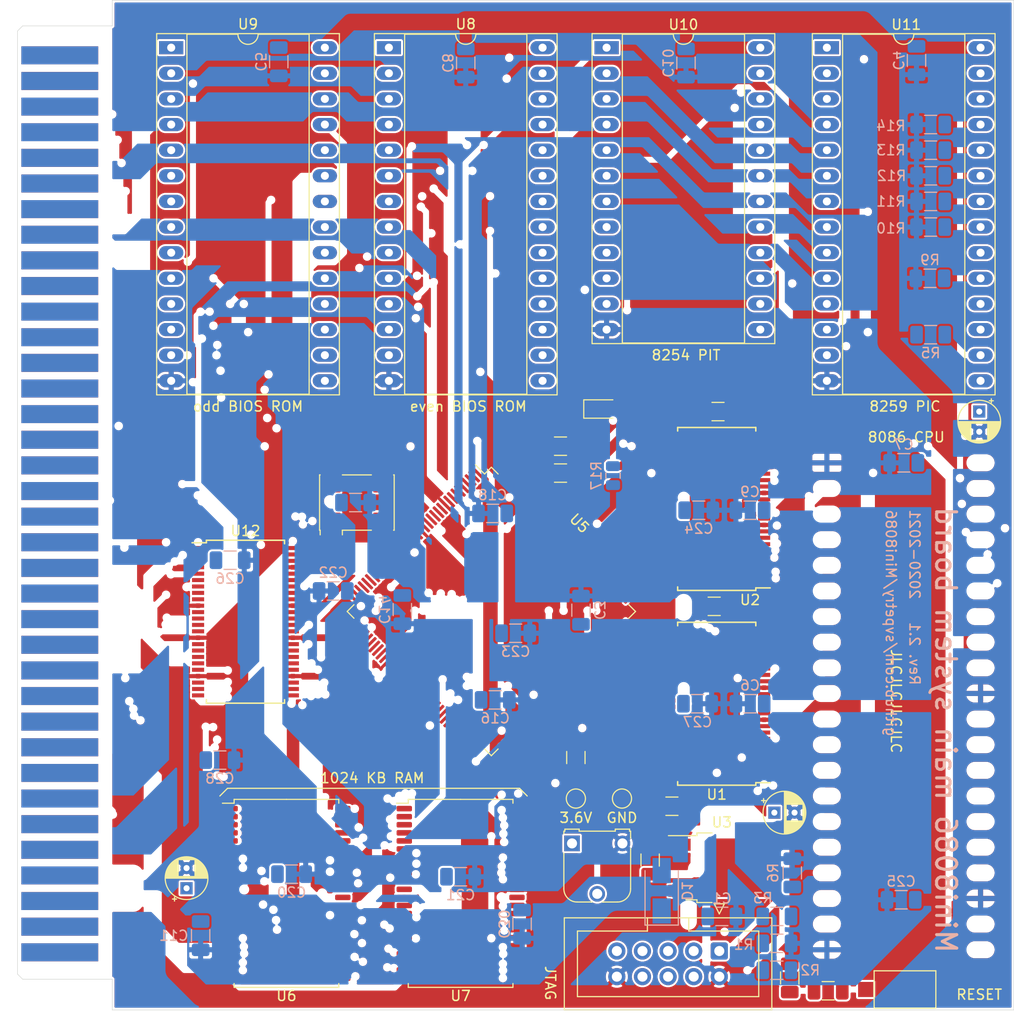
<source format=kicad_pcb>
(kicad_pcb (version 20171130) (host pcbnew "(5.1.6)-1")
  (layers (0 F.Cu signal) (1 In1.Cu signal hide) (2 In2.Cu power) (31 B.Cu signal) (34 B.Paste user hide) (35 F.Paste user hide) (36 B.SilkS user hide) (37 F.SilkS user) (38 B.Mask user hide) (39 F.Mask user hide) (44 Edge.Cuts user))
  (net 0 "")
  (net 1 GND)
  (net 2 VCC)
  (net 3 ~DEN)
  (net 4 AD7)
  (net 5 D0)
  (net 6 AD6)
  (net 7 D1)
  (net 8 AD5)
  (net 9 D2)
  (net 10 AD4)
  (net 11 D3)
  (net 12 AD3)
  (net 13 D4)
  (net 14 AD2)
  (net 15 D5)
  (net 16 AD1)
  (net 17 D6)
  (net 18 AD0)
  (net 19 D7)
  (net 20 DT_~R)
  (net 21 RDY1)
  (net 22 RDY2)
  (net 23 PCLK)
  (net 24 RESET)
  (net 25 AD15)
  (net 26 D8)
  (net 27 AD14)
  (net 28 D9)
  (net 29 AD13)
  (net 30 D10)
  (net 31 AD12)
  (net 32 D11)
  (net 33 AD11)
  (net 34 D12)
  (net 35 AD10)
  (net 36 D13)
  (net 37 AD9)
  (net 38 D14)
  (net 39 AD8)
  (net 40 D15)
  (net 41 AD16)
  (net 42 INT)
  (net 43 AD17)
  (net 44 NMI)
  (net 45 AD18)
  (net 46 AD19)
  (net 47 ~RD)
  (net 48 ~WR)
  (net 49 M_~IO)
  (net 50 ~INTA)
  (net 51 A0)
  (net 52 A1)
  (net 53 A2)
  (net 54 A3)
  (net 55 A4)
  (net 56 A5)
  (net 57 A6)
  (net 58 A7)
  (net 59 A8)
  (net 60 A9)
  (net 61 A10)
  (net 62 A11)
  (net 63 A12)
  (net 64 A13)
  (net 65 A14)
  (net 66 A15)
  (net 67 A16)
  (net 68 A17)
  (net 69 A18)
  (net 70 A19)
  (net 71 ~BHE)
  (net 72 ~ROMRD)
  (net 73 "Net-(U11-Pad13)")
  (net 74 "Net-(U11-Pad12)")
  (net 75 IRQ7)
  (net 76 IRQ6)
  (net 77 IRQ5)
  (net 78 IRQ4)
  (net 79 IRQ3)
  (net 80 "Net-(U11-Pad15)")
  (net 81 ~MEMWR)
  (net 82 ~MEMRD)
  (net 83 ~VGA_IO)
  (net 84 ~VGA_MEM)
  (net 85 "Net-(X2-Pad70)")
  (net 86 "Net-(X2-Pad34)")
  (net 87 "Net-(X2-Pad25)")
  (net 88 ~IO_DBG)
  (net 89 ~IO_TIMER)
  (net 90 ~IO_PIC)
  (net 91 "/PIC TIMER/IRQ0")
  (net 92 TMR2)
  (net 93 "/PIC TIMER/IRQ2")
  (net 94 IRQ1)
  (net 95 DATA_DIR)
  (net 96 ~BHE~_S7_3)
  (net 97 DT_~R~_3)
  (net 98 ALE_3)
  (net 99 M_~IO~_3)
  (net 100 "Net-(U2-Pad30)")
  (net 101 "Net-(U2-Pad29)")
  (net 102 "Net-(U2-Pad27)")
  (net 103 "Net-(U2-Pad26)")
  (net 104 ALE)
  (net 105 ~BHE~_S7)
  (net 106 CLK)
  (net 107 READY)
  (net 108 "Net-(U5-Pad142)")
  (net 109 "Net-(U5-Pad140)")
  (net 110 "Net-(U5-Pad138)")
  (net 111 "Net-(U5-Pad137)")
  (net 112 VCC36)
  (net 113 "Net-(U5-Pad134)")
  (net 114 "Net-(U5-Pad133)")
  (net 115 "Net-(U5-Pad132)")
  (net 116 "Net-(U5-Pad127)")
  (net 117 ~INTA_3)
  (net 118 ~DEN_3)
  (net 119 ~RD_3)
  (net 120 ~WR_3)
  (net 121 "Net-(U5-Pad113)")
  (net 122 "Net-(U5-Pad88)")
  (net 123 "Net-(U5-Pad87)")
  (net 124 "Net-(U5-Pad86)")
  (net 125 "Net-(U5-Pad81)")
  (net 126 "Net-(U5-Pad80)")
  (net 127 "Net-(U5-Pad79)")
  (net 128 "Net-(U5-Pad78)")
  (net 129 "Net-(U5-Pad77)")
  (net 130 "Net-(U5-Pad76)")
  (net 131 "Net-(U5-Pad75)")
  (net 132 "Net-(U5-Pad45)")
  (net 133 "Net-(U5-Pad22)")
  (net 134 "Net-(U5-Pad20)")
  (net 135 /CPLD/CPLD_CLK)
  (net 136 "Net-(U5-Pad16)")
  (net 137 ~RAM1_CE)
  (net 138 ~RAM0_CE)
  (net 139 "Net-(U5-Pad13)")
  (net 140 "Net-(U5-Pad11)")
  (net 141 "Net-(U6-Pad28)")
  (net 142 "Net-(U7-Pad28)")
  (net 143 LAD0)
  (net 144 LAD1)
  (net 145 LAD2)
  (net 146 LAD3)
  (net 147 LAD4)
  (net 148 LAD5)
  (net 149 LAD6)
  (net 150 LAD7)
  (net 151 LAD8)
  (net 152 LAD9)
  (net 153 LAD10)
  (net 154 LAD11)
  (net 155 LAD12)
  (net 156 LAD13)
  (net 157 LAD14)
  (net 158 LAD15)
  (net 159 LAD16)
  (net 160 LAD17)
  (net 161 LAD18)
  (net 162 LAD19)
  (net 163 LD15)
  (net 164 LD14)
  (net 165 LD13)
  (net 166 LD12)
  (net 167 LD11)
  (net 168 LD10)
  (net 169 LD9)
  (net 170 LD8)
  (net 171 LD7)
  (net 172 LD6)
  (net 173 LD5)
  (net 174 LD4)
  (net 175 LD3)
  (net 176 LD2)
  (net 177 LD1)
  (net 178 LD0)
  (net 179 ~DATA_DIR)
  (net 180 "Net-(U5-Pad125)")
  (net 181 "Net-(J1-Pad8)")
  (net 182 "Net-(J1-Pad6)")
  (net 183 TDI)
  (net 184 "Net-(J1-Pad7)")
  (net 185 TMS)
  (net 186 TDO)
  (net 187 TCK)
  (net 188 "Net-(R4-Pad2)")
  (net 189 ~OE_DATA)
  (net 190 PIT_CLK)
  (net 191 "Net-(R15-Pad2)")
  (net 192 /CPLD/~CPLD_RESET)
  (net 193 "/PIC TIMER/~SP~_~EN")
  (net 194 "Net-(D2-Pad2)")
  (net 195 /CPLD/INFO_LED)
  (net 196 ~LMEMRD)
  (net 197 ~LMEMWR)
  (module Package_TO_SOT_SMD:TO-252-2 (layer F.Cu) (at 132.08 123.444)
    (fp_text reference U3 (at 0 -4.5) (layer F.SilkS))
    (fp_text value LM317)
    (pad 2 smd rect (at 2.1 0) (size 6.4 5.8) (layers F.Cu F.Mask) (net 112 VCC36))
    (pad 3 smd rect (at -4.2 2.28) (size 2.2 1.2) (layers F.Cu F.Paste F.Mask) (net 2 VCC))
    (pad 1 smd rect (at -4.2 -2.28) (size 2.2 1.2) (layers F.Cu F.Paste F.Mask) (net 188 "Net-(R4-Pad2)"))
  )
  (module Resistor_SMD:R_0805_2012Metric (layer B.Cu) (at 121.285 84.582 270)
    (fp_text reference R17 (at 0 1.65 90) (layer B.SilkS) (effects (justify mirror)))
    (fp_text value 120)
    (pad 2 smd roundrect (at 0.9375 0 270) (size 0.975 1.4) (layers B.Cu B.Paste B.Mask) (net 195 /CPLD/INFO_LED))
    (pad 1 smd roundrect (at -0.9375 0 270) (size 0.975 1.4) (layers B.Cu B.Paste B.Mask) (net 194 "Net-(D2-Pad2)"))
  )
  (module LED_SMD:LED_0805_2012Metric_Castellated (layer F.Cu) (at 120.269 77.978)
    (fp_text reference D2 hide)
    (fp_text value LED)
    (pad 2 smd roundrect (at 0.9625 0) (size 1.325 1.3) (layers F.Cu F.Paste F.Mask) (roundrect_rratio 0.192308) (net 194 "Net-(D2-Pad2)"))
    (pad 1 smd roundrect (at -0.9625 0) (size 1.325 1.3) (layers F.Cu F.Paste F.Mask) (roundrect_rratio 0.192308) (net 1 GND))
  )
  (module Capacitor_SMD:C_1206_3216Metric (layer B.Cu) (at 112.268 129.032 270)
    (fp_text reference C30 (at 0 1.82 270 unlocked) (layer B.SilkS) (effects (justify mirror)))
    (fp_text value 100n)
    (pad 2 smd roundrect (at 1.4 0 270) (size 1.25 1.75) (layers B.Cu B.Paste B.Mask) (roundrect_rratio 0.2) (net 1 GND))
    (pad 1 smd roundrect (at -1.4 0 270) (size 1.25 1.75) (layers B.Cu B.Paste B.Mask) (roundrect_rratio 0.2) (net 112 VCC36))
  )
  (module Diode_SMD:D_SMA (layer B.Cu) (at 126.111 125.73 90)
    (fp_text reference D1 (at 0 2.5 270 unlocked) (layer B.SilkS) (effects (justify mirror)))
    (fp_text value SS16)
    (pad 2 smd rect (at 2 0 90) (size 2.5 1.8) (layers B.Cu B.Paste B.Mask) (net 112 VCC36))
    (pad 1 smd rect (at -2 0 90) (size 2.5 1.8) (layers B.Cu B.Paste B.Mask) (net 2 VCC))
  )
  (module Capacitor_THT:CP_Radial_D4.0mm_P2.00mm (layer F.Cu) (at 157.607 78.232 270)
    (fp_text reference C29 hide)
    (fp_text value 10µ)
    (pad 2 thru_hole circle (at 2 0 270) (size 1.2 1.2) (drill 0.6) (layers *.Cu *.Mask) (net 1 GND))
    (pad 1 thru_hole rect (at 0 0 270) (size 1.2 1.2) (drill 0.6) (layers *.Cu *.Mask) (net 2 VCC))
  )
  (module Oscillator:Oscillator_SMD_Abracon_ASV-4Pin_7.0x5.1mm (layer F.Cu) (at 95.885 87.249)
    (fp_text reference X3 hide)
    (fp_text value "60 MHz")
    (pad 4 smd rect (at -2.54 -2) (size 1.8 2) (layers F.Cu F.Paste F.Mask) (net 112 VCC36))
    (pad 3 smd rect (at 2.54 -2) (size 1.8 2) (layers F.Cu F.Paste F.Mask) (net 135 /CPLD/CPLD_CLK))
    (pad 2 smd rect (at 2.54 2) (size 1.8 2) (layers F.Cu F.Paste F.Mask) (net 1 GND))
    (pad 1 smd rect (at -2.54 2) (size 1.8 2) (layers F.Cu F.Paste F.Mask) (net 112 VCC36))
  )
  (module Capacitor_SMD:C_1206_3216Metric (layer B.Cu) (at 95.758 87.249)
    (fp_text reference C17 hide)
    (fp_text value 100n)
    (pad 2 smd roundrect (at 1.4 0) (size 1.25 1.75) (layers B.Cu B.Paste B.Mask) (roundrect_rratio 0.2) (net 1 GND))
    (pad 1 smd roundrect (at -1.4 0) (size 1.25 1.75) (layers B.Cu B.Paste B.Mask) (roundrect_rratio 0.2) (net 112 VCC36))
  )
  (module Capacitor_SMD:C_1206_3216Metric (layer B.Cu) (at 80.391 130.175 270)
    (fp_text reference C11 (at 0 2.667 unlocked) (layer B.SilkS) (effects (justify mirror)))
    (fp_text value 100n)
    (pad 2 smd roundrect (at 1.4 0 270) (size 1.25 1.75) (layers B.Cu B.Paste B.Mask) (roundrect_rratio 0.2) (net 1 GND))
    (pad 1 smd roundrect (at -1.4 0 270) (size 1.25 1.75) (layers B.Cu B.Paste B.Mask) (roundrect_rratio 0.2) (net 2 VCC))
  )
  (module Capacitor_SMD:C_1206_3216Metric (layer F.Cu) (at 117.602 112.522 270)
    (fp_text reference C40 hide)
    (fp_text value 100n)
    (pad 2 smd roundrect (at 1.4 0 270) (size 1.25 1.75) (layers F.Cu F.Paste F.Mask) (roundrect_rratio 0.2) (net 1 GND))
    (pad 1 smd roundrect (at -1.4 0 270) (size 1.25 1.75) (layers F.Cu F.Paste F.Mask) (roundrect_rratio 0.2) (net 192 /CPLD/~CPLD_RESET))
  )
  (module TestPoint:TestPoint_Pad_D1.5mm (layer F.Cu) (at 122.174 116.586)
    (fp_text reference TP2 hide)
    (fp_text value GND)
    (pad 1 smd circle (at 0 0) (size 1.5 1.5) (layers F.Cu F.Mask) (net 1 GND))
  )
  (module TestPoint:TestPoint_Pad_D1.5mm (layer F.Cu) (at 117.602 116.586)
    (fp_text reference TP1 hide)
    (fp_text value 3V6)
    (pad 1 smd circle (at 0 0) (size 1.5 1.5) (layers F.Cu F.Mask) (net 112 VCC36))
  )
  (module Button_Switch_SMD:SW_SPST_CK_RS282G05A3 (layer F.Cu) (at 150.241 135.509 180)
    (fp_text reference SW1 hide)
    (fp_text value Reset)
    (pad 2 smd rect (at 3.9 0 180) (size 1.5 1.5) (layers F.Cu F.Paste F.Mask) (net 191 "Net-(R15-Pad2)"))
    (pad 1 smd rect (at -3.9 0 180) (size 1.5 1.5) (layers F.Cu F.Paste F.Mask) (net 1 GND))
  )
  (module Resistor_SMD:R_1206_3216Metric (layer F.Cu) (at 138.811 134.366 270)
    (fp_text reference R16 hide)
    (fp_text value 1K)
    (pad 2 smd roundrect (at 1.4 0 270) (size 1.25 1.75) (layers F.Cu F.Paste F.Mask) (roundrect_rratio 0.2) (net 192 /CPLD/~CPLD_RESET))
    (pad 1 smd roundrect (at -1.4 0 270) (size 1.25 1.75) (layers F.Cu F.Paste F.Mask) (roundrect_rratio 0.2) (net 112 VCC36))
  )
  (module Resistor_SMD:R_1206_3216Metric (layer F.Cu) (at 142.621 135.636)
    (fp_text reference R15 hide)
    (fp_text value 33)
    (pad 2 smd roundrect (at 1.4 0) (size 1.25 1.75) (layers F.Cu F.Paste F.Mask) (roundrect_rratio 0.2) (net 191 "Net-(R15-Pad2)"))
    (pad 1 smd roundrect (at -1.4 0) (size 1.25 1.75) (layers F.Cu F.Paste F.Mask) (roundrect_rratio 0.2) (net 192 /CPLD/~CPLD_RESET))
  )
  (module Package_SO:SSOP-48_7.5x15.9mm_P0.635mm (layer F.Cu) (at 84.836 99.06)
    (fp_text reference U12 (at 0 -9) (layer F.SilkS))
    (fp_text value SN74ALVC164245)
    (pad 48 smd rect (at 4.7 -7.3025) (size 1.2 0.4) (layers F.Cu F.Paste F.Mask) (net 189 ~OE_DATA))
    (pad 47 smd rect (at 4.7 -6.6675) (size 1.2 0.4) (layers F.Cu F.Paste F.Mask) (net 178 LD0))
    (pad 46 smd rect (at 4.7 -6.0325) (size 1.2 0.4) (layers F.Cu F.Paste F.Mask) (net 177 LD1))
    (pad 45 smd rect (at 4.7 -5.3975) (size 1.2 0.4) (layers F.Cu F.Paste F.Mask) (net 1 GND))
    (pad 44 smd rect (at 4.7 -4.7625) (size 1.2 0.4) (layers F.Cu F.Paste F.Mask) (net 176 LD2))
    (pad 43 smd rect (at 4.7 -4.1275) (size 1.2 0.4) (layers F.Cu F.Paste F.Mask) (net 175 LD3))
    (pad 42 smd rect (at 4.7 -3.4925) (size 1.2 0.4) (layers F.Cu F.Paste F.Mask) (net 112 VCC36))
    (pad 41 smd rect (at 4.7 -2.8575) (size 1.2 0.4) (layers F.Cu F.Paste F.Mask) (net 174 LD4))
    (pad 40 smd rect (at 4.7 -2.2225) (size 1.2 0.4) (layers F.Cu F.Paste F.Mask) (net 173 LD5))
    (pad 39 smd rect (at 4.7 -1.5875) (size 1.2 0.4) (layers F.Cu F.Paste F.Mask) (net 1 GND))
    (pad 38 smd rect (at 4.7 -0.9525) (size 1.2 0.4) (layers F.Cu F.Paste F.Mask) (net 172 LD6))
    (pad 37 smd rect (at 4.7 -0.3175) (size 1.2 0.4) (layers F.Cu F.Paste F.Mask) (net 171 LD7))
    (pad 36 smd rect (at 4.7 0.3175) (size 1.2 0.4) (layers F.Cu F.Paste F.Mask) (net 170 LD8))
    (pad 35 smd rect (at 4.7 0.9525) (size 1.2 0.4) (layers F.Cu F.Paste F.Mask) (net 169 LD9))
    (pad 34 smd rect (at 4.7 1.5875) (size 1.2 0.4) (layers F.Cu F.Paste F.Mask) (net 1 GND))
    (pad 33 smd rect (at 4.7 2.2225) (size 1.2 0.4) (layers F.Cu F.Paste F.Mask) (net 168 LD10))
    (pad 32 smd rect (at 4.7 2.8575) (size 1.2 0.4) (layers F.Cu F.Paste F.Mask) (net 167 LD11))
    (pad 31 smd rect (at 4.7 3.4925) (size 1.2 0.4) (layers F.Cu F.Paste F.Mask) (net 112 VCC36))
    (pad 30 smd rect (at 4.7 4.1275) (size 1.2 0.4) (layers F.Cu F.Paste F.Mask) (net 166 LD12))
    (pad 29 smd rect (at 4.7 4.7625) (size 1.2 0.4) (layers F.Cu F.Paste F.Mask) (net 165 LD13))
    (pad 28 smd rect (at 4.7 5.3975) (size 1.2 0.4) (layers F.Cu F.Paste F.Mask) (net 1 GND))
    (pad 27 smd rect (at 4.7 6.0325) (size 1.2 0.4) (layers F.Cu F.Paste F.Mask) (net 164 LD14))
    (pad 26 smd rect (at 4.7 6.6675) (size 1.2 0.4) (layers F.Cu F.Paste F.Mask) (net 163 LD15))
    (pad 25 smd rect (at 4.7 7.3025) (size 1.2 0.4) (layers F.Cu F.Paste F.Mask) (net 189 ~OE_DATA))
    (pad 24 smd rect (at -4.7 7.3025) (size 1.2 0.4) (layers F.Cu F.Paste F.Mask) (net 179 ~DATA_DIR))
    (pad 23 smd rect (at -4.7 6.6675) (size 1.2 0.4) (layers F.Cu F.Paste F.Mask) (net 40 D15))
    (pad 22 smd rect (at -4.7 6.0325) (size 1.2 0.4) (layers F.Cu F.Paste F.Mask) (net 38 D14))
    (pad 21 smd rect (at -4.7 5.3975) (size 1.2 0.4) (layers F.Cu F.Paste F.Mask) (net 1 GND))
    (pad 20 smd rect (at -4.7 4.7625) (size 1.2 0.4) (layers F.Cu F.Paste F.Mask) (net 36 D13))
    (pad 19 smd rect (at -4.7 4.1275) (size 1.2 0.4) (layers F.Cu F.Paste F.Mask) (net 34 D12))
    (pad 18 smd rect (at -4.7 3.4925) (size 1.2 0.4) (layers F.Cu F.Paste F.Mask) (net 2 VCC))
    (pad 17 smd rect (at -4.7 2.8575) (size 1.2 0.4) (layers F.Cu F.Paste F.Mask) (net 32 D11))
    (pad 16 smd rect (at -4.7 2.2225) (size 1.2 0.4) (layers F.Cu F.Paste F.Mask) (net 30 D10))
    (pad 15 smd rect (at -4.7 1.5875) (size 1.2 0.4) (layers F.Cu F.Paste F.Mask) (net 1 GND))
    (pad 14 smd rect (at -4.7 0.9525) (size 1.2 0.4) (layers F.Cu F.Paste F.Mask) (net 28 D9))
    (pad 13 smd rect (at -4.7 0.3175) (size 1.2 0.4) (layers F.Cu F.Paste F.Mask) (net 26 D8))
    (pad 12 smd rect (at -4.7 -0.3175) (size 1.2 0.4) (layers F.Cu F.Paste F.Mask) (net 19 D7))
    (pad 11 smd rect (at -4.7 -0.9525) (size 1.2 0.4) (layers F.Cu F.Paste F.Mask) (net 17 D6))
    (pad 10 smd rect (at -4.7 -1.5875) (size 1.2 0.4) (layers F.Cu F.Paste F.Mask) (net 1 GND))
    (pad 9 smd rect (at -4.7 -2.2225) (size 1.2 0.4) (layers F.Cu F.Paste F.Mask) (net 15 D5))
    (pad 8 smd rect (at -4.7 -2.8575) (size 1.2 0.4) (layers F.Cu F.Paste F.Mask) (net 13 D4))
    (pad 7 smd rect (at -4.7 -3.4925) (size 1.2 0.4) (layers F.Cu F.Paste F.Mask) (net 2 VCC))
    (pad 6 smd rect (at -4.7 -4.1275) (size 1.2 0.4) (layers F.Cu F.Paste F.Mask) (net 11 D3))
    (pad 5 smd rect (at -4.7 -4.7625) (size 1.2 0.4) (layers F.Cu F.Paste F.Mask) (net 9 D2))
    (pad 4 smd rect (at -4.7 -5.3975) (size 1.2 0.4) (layers F.Cu F.Paste F.Mask) (net 1 GND))
    (pad 3 smd rect (at -4.7 -6.0325) (size 1.2 0.4) (layers F.Cu F.Paste F.Mask) (net 7 D1))
    (pad 2 smd rect (at -4.7 -6.6675) (size 1.2 0.4) (layers F.Cu F.Paste F.Mask) (net 5 D0))
    (pad 1 smd rect (at -4.7 -7.3025) (size 1.2 0.4) (layers F.Cu F.Paste F.Mask) (net 179 ~DATA_DIR))
  )
  (module Capacitor_SMD:C_1206_3216Metric (layer B.Cu) (at 82.296 112.776)
    (fp_text reference C28 (at 0 1.82) (layer B.SilkS) (effects (justify mirror)))
    (fp_text value 100n)
    (pad 2 smd roundrect (at 1.4 0) (size 1.25 1.75) (layers B.Cu B.Paste B.Mask) (roundrect_rratio 0.2) (net 1 GND))
    (pad 1 smd roundrect (at -1.4 0) (size 1.25 1.75) (layers B.Cu B.Paste B.Mask) (roundrect_rratio 0.2) (net 2 VCC))
  )
  (module Capacitor_SMD:C_1206_3216Metric (layer B.Cu) (at 129.667 107.188)
    (fp_text reference C27 (at 0 1.82) (layer B.SilkS) (effects (justify mirror)))
    (fp_text value 100n)
    (pad 2 smd roundrect (at 1.4 0) (size 1.25 1.75) (layers B.Cu B.Paste B.Mask) (roundrect_rratio 0.2) (net 1 GND))
    (pad 1 smd roundrect (at -1.4 0) (size 1.25 1.75) (layers B.Cu B.Paste B.Mask) (roundrect_rratio 0.2) (net 112 VCC36))
  )
  (module Capacitor_SMD:C_1206_3216Metric (layer B.Cu) (at 83.312 92.964)
    (fp_text reference C26 (at 0 1.82) (layer B.SilkS) (effects (justify mirror)))
    (fp_text value 100n)
    (pad 2 smd roundrect (at 1.4 0) (size 1.25 1.75) (layers B.Cu B.Paste B.Mask) (roundrect_rratio 0.2) (net 1 GND))
    (pad 1 smd roundrect (at -1.4 0) (size 1.25 1.75) (layers B.Cu B.Paste B.Mask) (roundrect_rratio 0.2) (net 2 VCC))
  )
  (module Capacitor_SMD:C_1206_3216Metric (layer B.Cu) (at 149.857 126.619 180)
    (fp_text reference C25 (at 0 1.82) (layer B.SilkS) (effects (justify mirror)))
    (fp_text value 100n)
    (pad 2 smd roundrect (at 1.4 0 180) (size 1.25 1.75) (layers B.Cu B.Paste B.Mask) (roundrect_rratio 0.2) (net 1 GND))
    (pad 1 smd roundrect (at -1.4 0 180) (size 1.25 1.75) (layers B.Cu B.Paste B.Mask) (roundrect_rratio 0.2) (net 2 VCC))
  )
  (module Capacitor_SMD:C_1206_3216Metric (layer B.Cu) (at 128.524 43.688 270)
    (fp_text reference C10 (at 0 1.82 270 unlocked) (layer B.SilkS) (effects (justify mirror)))
    (fp_text value 100n)
    (pad 2 smd roundrect (at 1.4 0 270) (size 1.25 1.75) (layers B.Cu B.Paste B.Mask) (roundrect_rratio 0.2) (net 1 GND))
    (pad 1 smd roundrect (at -1.4 0 270) (size 1.25 1.75) (layers B.Cu B.Paste B.Mask) (roundrect_rratio 0.2) (net 2 VCC))
  )
  (module Capacitor_SMD:C_1206_3216Metric (layer B.Cu) (at 134.871 88.011 180)
    (fp_text reference C9 (at 0 1.82 180) (layer B.SilkS) (effects (justify mirror)))
    (fp_text value 100n)
    (pad 2 smd roundrect (at 1.4 0 180) (size 1.25 1.75) (layers B.Cu B.Paste B.Mask) (roundrect_rratio 0.2) (net 1 GND))
    (pad 1 smd roundrect (at -1.4 0 180) (size 1.25 1.75) (layers B.Cu B.Paste B.Mask) (roundrect_rratio 0.2) (net 2 VCC))
  )
  (module Capacitor_SMD:C_1206_3216Metric (layer B.Cu) (at 106.68 43.688 270)
    (fp_text reference C8 (at 0 1.82 270 unlocked) (layer B.SilkS) (effects (justify mirror)))
    (fp_text value 100n)
    (pad 2 smd roundrect (at 1.4 0 270) (size 1.25 1.75) (layers B.Cu B.Paste B.Mask) (roundrect_rratio 0.2) (net 1 GND))
    (pad 1 smd roundrect (at -1.4 0 270) (size 1.25 1.75) (layers B.Cu B.Paste B.Mask) (roundrect_rratio 0.2) (net 2 VCC))
  )
  (module Capacitor_SMD:C_1206_3216Metric (layer B.Cu) (at 150.117 83.312 180)
    (fp_text reference C7 (at 0 1.82) (layer B.SilkS) (effects (justify mirror)))
    (fp_text value 100n)
    (pad 2 smd roundrect (at 1.4 0 180) (size 1.25 1.75) (layers B.Cu B.Paste B.Mask) (roundrect_rratio 0.2) (net 1 GND))
    (pad 1 smd roundrect (at -1.4 0 180) (size 1.25 1.75) (layers B.Cu B.Paste B.Mask) (roundrect_rratio 0.2) (net 2 VCC))
  )
  (module Capacitor_SMD:C_1206_3216Metric (layer B.Cu) (at 134.877 107.188 180)
    (fp_text reference C6 (at 0 1.82) (layer B.SilkS) (effects (justify mirror)))
    (fp_text value 100n)
    (pad 2 smd roundrect (at 1.4 0 180) (size 1.25 1.75) (layers B.Cu B.Paste B.Mask) (roundrect_rratio 0.2) (net 1 GND))
    (pad 1 smd roundrect (at -1.4 0 180) (size 1.25 1.75) (layers B.Cu B.Paste B.Mask) (roundrect_rratio 0.2) (net 2 VCC))
  )
  (module Capacitor_SMD:C_1206_3216Metric (layer B.Cu) (at 88.138 43.558 270)
    (fp_text reference C5 (at 0 1.82 270 unlocked) (layer B.SilkS) (effects (justify mirror)))
    (fp_text value 100n)
    (pad 2 smd roundrect (at 1.4 0 270) (size 1.25 1.75) (layers B.Cu B.Paste B.Mask) (roundrect_rratio 0.2) (net 1 GND))
    (pad 1 smd roundrect (at -1.4 0 270) (size 1.25 1.75) (layers B.Cu B.Paste B.Mask) (roundrect_rratio 0.2) (net 2 VCC))
  )
  (module Capacitor_SMD:C_1206_3216Metric (layer B.Cu) (at 151.384 43.434 270)
    (fp_text reference C4 (at 0 1.82 270 unlocked) (layer B.SilkS) (effects (justify mirror)))
    (fp_text value 100n)
    (pad 2 smd roundrect (at 1.4 0 270) (size 1.25 1.75) (layers B.Cu B.Paste B.Mask) (roundrect_rratio 0.2) (net 1 GND))
    (pad 1 smd roundrect (at -1.4 0 270) (size 1.25 1.75) (layers B.Cu B.Paste B.Mask) (roundrect_rratio 0.2) (net 2 VCC))
  )
  (module Potentiometer_THT:Potentiometer_Runtron_RM-065_Vertical (layer F.Cu) (at 117.221 121.031)
    (fp_text reference RV1 hide)
    (fp_text value 500)
    (pad 2 thru_hole circle (at 2.5 5) (size 1.55 1.55) (drill 1) (layers *.Cu *.Mask) (net 188 "Net-(R4-Pad2)"))
    (pad 1 thru_hole rect (at 0 0) (size 1.55 1.55) (drill 1) (layers *.Cu *.Mask) (net 188 "Net-(R4-Pad2)"))
    (pad 3 thru_hole circle (at 5 0) (size 1.55 1.55) (drill 1) (layers *.Cu *.Mask) (net 1 GND))
  )
  (module Resistor_SMD:R_1206_3216Metric (layer B.Cu) (at 152.784 49.784 180)
    (fp_text reference R14 (at 3.94 -0.127) (layer B.SilkS) (effects (justify mirror)))
    (fp_text value 3K3)
    (pad 2 smd roundrect (at 1.4 0 180) (size 1.25 1.75) (layers B.Cu B.Paste B.Mask) (roundrect_rratio 0.2) (net 1 GND))
    (pad 1 smd roundrect (at -1.4 0 180) (size 1.25 1.75) (layers B.Cu B.Paste B.Mask) (roundrect_rratio 0.2) (net 75 IRQ7))
  )
  (module Resistor_SMD:R_1206_3216Metric (layer B.Cu) (at 152.784 52.324 180)
    (fp_text reference R13 (at 3.94 0) (layer B.SilkS) (effects (justify mirror)))
    (fp_text value 3K3)
    (pad 2 smd roundrect (at 1.4 0 180) (size 1.25 1.75) (layers B.Cu B.Paste B.Mask) (roundrect_rratio 0.2) (net 1 GND))
    (pad 1 smd roundrect (at -1.4 0 180) (size 1.25 1.75) (layers B.Cu B.Paste B.Mask) (roundrect_rratio 0.2) (net 76 IRQ6))
  )
  (module Resistor_SMD:R_1206_3216Metric (layer B.Cu) (at 152.784 54.864 180)
    (fp_text reference R12 (at 3.8705 0) (layer B.SilkS) (effects (justify mirror)))
    (fp_text value 3K3)
    (pad 2 smd roundrect (at 1.4 0 180) (size 1.25 1.75) (layers B.Cu B.Paste B.Mask) (roundrect_rratio 0.2) (net 1 GND))
    (pad 1 smd roundrect (at -1.4 0 180) (size 1.25 1.75) (layers B.Cu B.Paste B.Mask) (roundrect_rratio 0.2) (net 77 IRQ5))
  )
  (module Resistor_SMD:R_1206_3216Metric (layer B.Cu) (at 152.784 57.404 180)
    (fp_text reference R11 (at 3.94 0) (layer B.SilkS) (effects (justify mirror)))
    (fp_text value 3K3)
    (pad 2 smd roundrect (at 1.4 0 180) (size 1.25 1.75) (layers B.Cu B.Paste B.Mask) (roundrect_rratio 0.2) (net 1 GND))
    (pad 1 smd roundrect (at -1.4 0 180) (size 1.25 1.75) (layers B.Cu B.Paste B.Mask) (roundrect_rratio 0.2) (net 78 IRQ4))
  )
  (module Resistor_SMD:R_1206_3216Metric (layer B.Cu) (at 152.778 59.944 180)
    (fp_text reference R10 (at 3.934 -0.127) (layer B.SilkS) (effects (justify mirror)))
    (fp_text value 3K3)
    (pad 2 smd roundrect (at 1.4 0 180) (size 1.25 1.75) (layers B.Cu B.Paste B.Mask) (roundrect_rratio 0.2) (net 1 GND))
    (pad 1 smd roundrect (at -1.4 0 180) (size 1.25 1.75) (layers B.Cu B.Paste B.Mask) (roundrect_rratio 0.2) (net 79 IRQ3))
  )
  (module Resistor_SMD:R_1206_3216Metric (layer B.Cu) (at 152.7205 65.024 180)
    (fp_text reference R9 (at 0 1.82) (layer B.SilkS) (effects (justify mirror)))
    (fp_text value 3K3)
    (pad 2 smd roundrect (at 1.4 0 180) (size 1.25 1.75) (layers B.Cu B.Paste B.Mask) (roundrect_rratio 0.2) (net 1 GND))
    (pad 1 smd roundrect (at -1.4 0 180) (size 1.25 1.75) (layers B.Cu B.Paste B.Mask) (roundrect_rratio 0.2) (net 94 IRQ1))
  )
  (module Resistor_SMD:R_1206_3216Metric (layer F.Cu) (at 116.081 84.328 180)
    (fp_text reference R8 hide)
    (fp_text value 4K7)
    (pad 2 smd roundrect (at 1.4 0 180) (size 1.25 1.75) (layers F.Cu F.Paste F.Mask) (roundrect_rratio 0.2) (net 21 RDY1))
    (pad 1 smd roundrect (at -1.4 0 180) (size 1.25 1.75) (layers F.Cu F.Paste F.Mask) (roundrect_rratio 0.2) (net 112 VCC36))
  )
  (module Resistor_SMD:R_1206_3216Metric (layer F.Cu) (at 116.078 81.661 180)
    (fp_text reference R7 hide)
    (fp_text value 4K7)
    (pad 2 smd roundrect (at 1.4 0 180) (size 1.25 1.75) (layers F.Cu F.Paste F.Mask) (roundrect_rratio 0.2) (net 22 RDY2))
    (pad 1 smd roundrect (at -1.4 0 180) (size 1.25 1.75) (layers F.Cu F.Paste F.Mask) (roundrect_rratio 0.2) (net 1 GND))
  )
  (module Resistor_SMD:R_1206_3216Metric (layer B.Cu) (at 139.065 123.949 90)
    (fp_text reference R6 (at -0.003 -1.905 -90) (layer B.SilkS) (effects (justify mirror)))
    (fp_text value 4K7)
    (pad 2 smd roundrect (at 1.4 0 90) (size 1.25 1.75) (layers B.Cu B.Paste B.Mask) (roundrect_rratio 0.2) (net 1 GND))
    (pad 1 smd roundrect (at -1.4 0 90) (size 1.25 1.75) (layers B.Cu B.Paste B.Mask) (roundrect_rratio 0.2) (net 44 NMI))
  )
  (module Resistor_SMD:R_1206_3216Metric (layer B.Cu) (at 152.784 70.612)
    (fp_text reference R5 (at 0 1.82) (layer B.SilkS) (effects (justify mirror)))
    (fp_text value 4K7)
    (pad 2 smd roundrect (at 1.4 0) (size 1.25 1.75) (layers B.Cu B.Paste B.Mask) (roundrect_rratio 0.2) (net 193 "/PIC TIMER/~SP~_~EN"))
    (pad 1 smd roundrect (at -1.4 0) (size 1.25 1.75) (layers B.Cu B.Paste B.Mask) (roundrect_rratio 0.2) (net 2 VCC))
  )
  (module Resistor_SMD:R_1206_3216Metric (layer F.Cu) (at 124.968 122.682 90)
    (fp_text reference R4 hide)
    (fp_text value 180/200)
    (pad 2 smd roundrect (at 1.4 0 90) (size 1.25 1.75) (layers F.Cu F.Paste F.Mask) (roundrect_rratio 0.2) (net 188 "Net-(R4-Pad2)"))
    (pad 1 smd roundrect (at -1.4 0 90) (size 1.25 1.75) (layers F.Cu F.Paste F.Mask) (roundrect_rratio 0.2) (net 112 VCC36))
  )
  (module Resistor_SMD:R_1206_3216Metric (layer B.Cu) (at 137.538 128.27 180)
    (fp_text reference R3 (at 1.394 1.82) (layer B.SilkS) (effects (justify mirror)))
    (fp_text value 10K)
    (pad 2 smd roundrect (at 1.4 0 180) (size 1.25 1.75) (layers B.Cu B.Paste B.Mask) (roundrect_rratio 0.2) (net 185 TMS))
    (pad 1 smd roundrect (at -1.4 0 180) (size 1.25 1.75) (layers B.Cu B.Paste B.Mask) (roundrect_rratio 0.2) (net 112 VCC36))
  )
  (module Resistor_SMD:R_1206_3216Metric (layer B.Cu) (at 137.538 133.604 180)
    (fp_text reference R2 (at -3.305 0) (layer B.SilkS) (effects (justify mirror)))
    (fp_text value 10K)
    (pad 2 smd roundrect (at 1.4 0 180) (size 1.25 1.75) (layers B.Cu B.Paste B.Mask) (roundrect_rratio 0.2) (net 186 TDO))
    (pad 1 smd roundrect (at -1.4 0 180) (size 1.25 1.75) (layers B.Cu B.Paste B.Mask) (roundrect_rratio 0.2) (net 112 VCC36))
  )
  (module Resistor_SMD:R_1206_3216Metric (layer B.Cu) (at 137.541 130.937)
    (fp_text reference R1 (at -3.302 0.127) (layer B.SilkS) (effects (justify mirror)))
    (fp_text value 2K2)
    (pad 2 smd roundrect (at 1.4 0) (size 1.25 1.75) (layers B.Cu B.Paste B.Mask) (roundrect_rratio 0.2) (net 1 GND))
    (pad 1 smd roundrect (at -1.4 0) (size 1.25 1.75) (layers B.Cu B.Paste B.Mask) (roundrect_rratio 0.2) (net 187 TCK))
  )
  (module Connector_IDC:IDC-Header_2x05_P2.54mm_Vertical (layer F.Cu) (at 131.826 131.699 270)
    (fp_text reference J1 hide)
    (fp_text value JTAG)
    (pad 10 thru_hole circle (at 2.54 10.16 270) (size 1.7 1.7) (drill 1) (layers *.Cu *.Mask) (net 1 GND))
    (pad 8 thru_hole circle (at 2.54 7.62 270) (size 1.7 1.7) (drill 1) (layers *.Cu *.Mask) (net 181 "Net-(J1-Pad8)"))
    (pad 6 thru_hole circle (at 2.54 5.08 270) (size 1.7 1.7) (drill 1) (layers *.Cu *.Mask) (net 182 "Net-(J1-Pad6)"))
    (pad 4 thru_hole circle (at 2.54 2.54 270) (size 1.7 1.7) (drill 1) (layers *.Cu *.Mask) (net 112 VCC36))
    (pad 2 thru_hole circle (at 2.54 0 270) (size 1.7 1.7) (drill 1) (layers *.Cu *.Mask) (net 1 GND))
    (pad 9 thru_hole circle (at 0 10.16 270) (size 1.7 1.7) (drill 1) (layers *.Cu *.Mask) (net 183 TDI))
    (pad 7 thru_hole circle (at 0 7.62 270) (size 1.7 1.7) (drill 1) (layers *.Cu *.Mask) (net 184 "Net-(J1-Pad7)"))
    (pad 5 thru_hole circle (at 0 5.08 270) (size 1.7 1.7) (drill 1) (layers *.Cu *.Mask) (net 185 TMS))
    (pad 3 thru_hole circle (at 0 2.54 270) (size 1.7 1.7) (drill 1) (layers *.Cu *.Mask) (net 186 TDO))
    (pad 1 thru_hole roundrect (at 0 0 270) (size 1.7 1.7) (drill 1) (layers *.Cu *.Mask) (roundrect_rratio 0.147059) (net 187 TCK))
  )
  (module Capacitor_SMD:C_1206_3216Metric (layer B.Cu) (at 129.794 88.011)
    (fp_text reference C24 (at 0 1.82) (layer B.SilkS) (effects (justify mirror)))
    (fp_text value 100n)
    (pad 2 smd roundrect (at 1.4 0) (size 1.25 1.75) (layers B.Cu B.Paste B.Mask) (roundrect_rratio 0.2) (net 1 GND))
    (pad 1 smd roundrect (at -1.4 0) (size 1.25 1.75) (layers B.Cu B.Paste B.Mask) (roundrect_rratio 0.2) (net 112 VCC36))
  )
  (module Capacitor_SMD:C_1206_3216Metric (layer B.Cu) (at 111.633 100.203)
    (fp_text reference C23 (at 0 1.82) (layer B.SilkS) (effects (justify mirror)))
    (fp_text value 100n)
    (pad 2 smd roundrect (at 1.4 0) (size 1.25 1.75) (layers B.Cu B.Paste B.Mask) (roundrect_rratio 0.2) (net 1 GND))
    (pad 1 smd roundrect (at -1.4 0) (size 1.25 1.75) (layers B.Cu B.Paste B.Mask) (roundrect_rratio 0.2) (net 112 VCC36))
  )
  (module Capacitor_SMD:C_1206_3216Metric (layer B.Cu) (at 93.5355 96.012 180)
    (fp_text reference C22 (at 0 1.82) (layer B.SilkS) (effects (justify mirror)))
    (fp_text value 100n)
    (pad 2 smd roundrect (at 1.4 0 180) (size 1.25 1.75) (layers B.Cu B.Paste B.Mask) (roundrect_rratio 0.2) (net 1 GND))
    (pad 1 smd roundrect (at -1.4 0 180) (size 1.25 1.75) (layers B.Cu B.Paste B.Mask) (roundrect_rratio 0.2) (net 112 VCC36))
  )
  (module Capacitor_SMD:C_1206_3216Metric (layer B.Cu) (at 106.172 124.333)
    (fp_text reference C21 (at 0 1.82) (layer B.SilkS) (effects (justify mirror)))
    (fp_text value 100n)
    (pad 2 smd roundrect (at 1.4 0) (size 1.25 1.75) (layers B.Cu B.Paste B.Mask) (roundrect_rratio 0.2) (net 1 GND))
    (pad 1 smd roundrect (at -1.4 0) (size 1.25 1.75) (layers B.Cu B.Paste B.Mask) (roundrect_rratio 0.2) (net 112 VCC36))
  )
  (module Capacitor_SMD:C_1206_3216Metric (layer B.Cu) (at 89.408 124.079)
    (fp_text reference C20 (at 0 1.82) (layer B.SilkS) (effects (justify mirror)))
    (fp_text value 100n)
    (pad 2 smd roundrect (at 1.4 0) (size 1.25 1.75) (layers B.Cu B.Paste B.Mask) (roundrect_rratio 0.2) (net 1 GND))
    (pad 1 smd roundrect (at -1.4 0) (size 1.25 1.75) (layers B.Cu B.Paste B.Mask) (roundrect_rratio 0.2) (net 112 VCC36))
  )
  (module Capacitor_SMD:C_1206_3216Metric (layer F.Cu) (at 131.318 97.536)
    (fp_text reference C19 hide)
    (fp_text value 100n)
    (pad 2 smd roundrect (at 1.4 0) (size 1.25 1.75) (layers F.Cu F.Paste F.Mask) (roundrect_rratio 0.2) (net 1 GND))
    (pad 1 smd roundrect (at -1.4 0) (size 1.25 1.75) (layers F.Cu F.Paste F.Mask) (roundrect_rratio 0.2) (net 112 VCC36))
  )
  (module Capacitor_SMD:C_1206_3216Metric (layer B.Cu) (at 109.347 88.3285 180)
    (fp_text reference C18 (at 0 1.82) (layer B.SilkS) (effects (justify mirror)))
    (fp_text value 100n)
    (pad 2 smd roundrect (at 1.4 0 180) (size 1.25 1.75) (layers B.Cu B.Paste B.Mask) (roundrect_rratio 0.2) (net 1 GND))
    (pad 1 smd roundrect (at -1.4 0 180) (size 1.25 1.75) (layers B.Cu B.Paste B.Mask) (roundrect_rratio 0.2) (net 112 VCC36))
  )
  (module Capacitor_SMD:C_1206_3216Metric (layer B.Cu) (at 109.601 106.807)
    (fp_text reference C16 (at 0 1.82) (layer B.SilkS) (effects (justify mirror)))
    (fp_text value 100n)
    (pad 2 smd roundrect (at 1.4 0) (size 1.25 1.75) (layers B.Cu B.Paste B.Mask) (roundrect_rratio 0.2) (net 1 GND))
    (pad 1 smd roundrect (at -1.4 0) (size 1.25 1.75) (layers B.Cu B.Paste B.Mask) (roundrect_rratio 0.2) (net 112 VCC36))
  )
  (module Capacitor_SMD:C_1206_3216Metric (layer F.Cu) (at 131.699 78.232)
    (fp_text reference C15 hide)
    (fp_text value 100n)
    (pad 2 smd roundrect (at 1.4 0) (size 1.25 1.75) (layers F.Cu F.Paste F.Mask) (roundrect_rratio 0.2) (net 1 GND))
    (pad 1 smd roundrect (at -1.4 0) (size 1.25 1.75) (layers F.Cu F.Paste F.Mask) (roundrect_rratio 0.2) (net 112 VCC36))
  )
  (module Capacitor_SMD:C_1206_3216Metric (layer B.Cu) (at 100.3935 97.8565 270)
    (fp_text reference C14 (at 0 1.82 270 unlocked) (layer B.SilkS) (effects (justify mirror)))
    (fp_text value 100n)
    (pad 2 smd roundrect (at 1.4 0 270) (size 1.25 1.75) (layers B.Cu B.Paste B.Mask) (roundrect_rratio 0.2) (net 1 GND))
    (pad 1 smd roundrect (at -1.4 0 270) (size 1.25 1.75) (layers B.Cu B.Paste B.Mask) (roundrect_rratio 0.2) (net 112 VCC36))
  )
  (module Capacitor_SMD:C_1206_3216Metric (layer F.Cu) (at 127.127 117.348 180)
    (fp_text reference C13 hide)
    (fp_text value 100n)
    (pad 2 smd roundrect (at 1.4 0 180) (size 1.25 1.75) (layers F.Cu F.Paste F.Mask) (roundrect_rratio 0.2) (net 1 GND))
    (pad 1 smd roundrect (at -1.4 0 180) (size 1.25 1.75) (layers F.Cu F.Paste F.Mask) (roundrect_rratio 0.2) (net 112 VCC36))
  )
  (module Capacitor_SMD:C_1206_3216Metric (layer B.Cu) (at 118.11 97.917 90)
    (fp_text reference C3 (at 0 1.82 270 unlocked) (layer B.SilkS) (effects (justify mirror)))
    (fp_text value 100n)
    (pad 2 smd roundrect (at 1.4 0 90) (size 1.25 1.75) (layers B.Cu B.Paste B.Mask) (roundrect_rratio 0.2) (net 1 GND))
    (pad 1 smd roundrect (at -1.4 0 90) (size 1.25 1.75) (layers B.Cu B.Paste B.Mask) (roundrect_rratio 0.2) (net 112 VCC36))
  )
  (module Capacitor_THT:CP_Radial_D4.0mm_P2.00mm (layer F.Cu) (at 137.287 117.983)
    (fp_text reference C2 hide)
    (fp_text value 47u)
    (pad 2 thru_hole circle (at 2 0) (size 1.2 1.2) (drill 0.6) (layers *.Cu *.Mask) (net 1 GND))
    (pad 1 thru_hole rect (at 0 0) (size 1.2 1.2) (drill 0.6) (layers *.Cu *.Mask) (net 112 VCC36))
  )
  (module Capacitor_SMD:C_1206_3216Metric (layer B.Cu) (at 132.08 128.27)
    (fp_text reference C1 (at 0 -1.778) (layer B.SilkS) (effects (justify mirror)))
    (fp_text value 100n)
    (pad 2 smd roundrect (at 1.4 0) (size 1.25 1.75) (layers B.Cu B.Paste B.Mask) (roundrect_rratio 0.2) (net 1 GND))
    (pad 1 smd roundrect (at -1.4 0) (size 1.25 1.75) (layers B.Cu B.Paste B.Mask) (roundrect_rratio 0.2) (net 2 VCC))
  )
  (module Package_SO:TSOP-II-44_10.16x18.41mm_P0.8mm (layer F.Cu) (at 106.172 125.984)
    (fp_text reference U7 (at 0 10.16) (layer F.SilkS))
    (fp_text value IS61WV25616)
    (pad 44 smd roundrect (at 5.5875 -8.4) (size 1.525 0.55) (layers F.Cu F.Paste F.Mask) (net 69 A18))
    (pad 43 smd roundrect (at 5.5875 -7.6) (size 1.525 0.55) (layers F.Cu F.Paste F.Mask) (net 68 A17))
    (pad 42 smd roundrect (at 5.5875 -6.8) (size 1.525 0.55) (layers F.Cu F.Paste F.Mask) (net 67 A16))
    (pad 41 smd roundrect (at 5.5875 -6) (size 1.525 0.55) (layers F.Cu F.Paste F.Mask) (net 196 ~LMEMRD))
    (pad 40 smd roundrect (at 5.5875 -5.2) (size 1.525 0.55) (layers F.Cu F.Paste F.Mask) (net 71 ~BHE))
    (pad 39 smd roundrect (at 5.5875 -4.4) (size 1.525 0.55) (layers F.Cu F.Paste F.Mask) (net 51 A0))
    (pad 38 smd roundrect (at 5.5875 -3.6) (size 1.525 0.55) (layers F.Cu F.Paste F.Mask) (net 163 LD15))
    (pad 37 smd roundrect (at 5.5875 -2.8) (size 1.525 0.55) (layers F.Cu F.Paste F.Mask) (net 164 LD14))
    (pad 36 smd roundrect (at 5.5875 -2) (size 1.525 0.55) (layers F.Cu F.Paste F.Mask) (net 165 LD13))
    (pad 35 smd roundrect (at 5.5875 -1.2) (size 1.525 0.55) (layers F.Cu F.Paste F.Mask) (net 166 LD12))
    (pad 34 smd roundrect (at 5.5875 -0.4) (size 1.525 0.55) (layers F.Cu F.Paste F.Mask) (net 1 GND))
    (pad 33 smd roundrect (at 5.5875 0.4) (size 1.525 0.55) (layers F.Cu F.Paste F.Mask) (net 112 VCC36))
    (pad 32 smd roundrect (at 5.5875 1.2) (size 1.525 0.55) (layers F.Cu F.Paste F.Mask) (net 167 LD11))
    (pad 31 smd roundrect (at 5.5875 2) (size 1.525 0.55) (layers F.Cu F.Paste F.Mask) (net 168 LD10))
    (pad 30 smd roundrect (at 5.5875 2.8) (size 1.525 0.55) (layers F.Cu F.Paste F.Mask) (net 169 LD9))
    (pad 29 smd roundrect (at 5.5875 3.6) (size 1.525 0.55) (layers F.Cu F.Paste F.Mask) (net 170 LD8))
    (pad 28 smd roundrect (at 5.5875 4.4) (size 1.525 0.55) (layers F.Cu F.Paste F.Mask) (net 142 "Net-(U7-Pad28)"))
    (pad 27 smd roundrect (at 5.5875 5.2) (size 1.525 0.55) (layers F.Cu F.Paste F.Mask) (net 66 A15))
    (pad 26 smd roundrect (at 5.5875 6) (size 1.525 0.55) (layers F.Cu F.Paste F.Mask) (net 65 A14))
    (pad 25 smd roundrect (at 5.5875 6.8) (size 1.525 0.55) (layers F.Cu F.Paste F.Mask) (net 64 A13))
    (pad 24 smd roundrect (at 5.5875 7.6) (size 1.525 0.55) (layers F.Cu F.Paste F.Mask) (net 63 A12))
    (pad 23 smd roundrect (at 5.5875 8.4) (size 1.525 0.55) (layers F.Cu F.Paste F.Mask) (net 62 A11))
    (pad 22 smd roundrect (at -5.5875 8.4) (size 1.525 0.55) (layers F.Cu F.Paste F.Mask) (net 61 A10))
    (pad 21 smd roundrect (at -5.5875 7.6) (size 1.525 0.55) (layers F.Cu F.Paste F.Mask) (net 60 A9))
    (pad 20 smd roundrect (at -5.5875 6.8) (size 1.525 0.55) (layers F.Cu F.Paste F.Mask) (net 59 A8))
    (pad 19 smd roundrect (at -5.5875 6) (size 1.525 0.55) (layers F.Cu F.Paste F.Mask) (net 58 A7))
    (pad 18 smd roundrect (at -5.5875 5.2) (size 1.525 0.55) (layers F.Cu F.Paste F.Mask) (net 57 A6))
    (pad 17 smd roundrect (at -5.5875 4.4) (size 1.525 0.55) (layers F.Cu F.Paste F.Mask) (net 197 ~LMEMWR))
    (pad 16 smd roundrect (at -5.5875 3.6) (size 1.525 0.55) (layers F.Cu F.Paste F.Mask) (net 171 LD7))
    (pad 15 smd roundrect (at -5.5875 2.8) (size 1.525 0.55) (layers F.Cu F.Paste F.Mask) (net 172 LD6))
    (pad 14 smd roundrect (at -5.5875 2) (size 1.525 0.55) (layers F.Cu F.Paste F.Mask) (net 173 LD5))
    (pad 13 smd roundrect (at -5.5875 1.2) (size 1.525 0.55) (layers F.Cu F.Paste F.Mask) (net 174 LD4))
    (pad 12 smd roundrect (at -5.5875 0.4) (size 1.525 0.55) (layers F.Cu F.Paste F.Mask) (net 1 GND))
    (pad 11 smd roundrect (at -5.5875 -0.4) (size 1.525 0.55) (layers F.Cu F.Paste F.Mask) (net 112 VCC36))
    (pad 10 smd roundrect (at -5.5875 -1.2) (size 1.525 0.55) (layers F.Cu F.Paste F.Mask) (net 175 LD3))
    (pad 9 smd roundrect (at -5.5875 -2) (size 1.525 0.55) (layers F.Cu F.Paste F.Mask) (net 176 LD2))
    (pad 8 smd roundrect (at -5.5875 -2.8) (size 1.525 0.55) (layers F.Cu F.Paste F.Mask) (net 177 LD1))
    (pad 7 smd roundrect (at -5.5875 -3.6) (size 1.525 0.55) (layers F.Cu F.Paste F.Mask) (net 178 LD0))
    (pad 6 smd roundrect (at -5.5875 -4.4) (size 1.525 0.55) (layers F.Cu F.Paste F.Mask) (net 137 ~RAM1_CE))
    (pad 5 smd roundrect (at -5.5875 -5.2) (size 1.525 0.55) (layers F.Cu F.Paste F.Mask) (net 56 A5))
    (pad 4 smd roundrect (at -5.5875 -6) (size 1.525 0.55) (layers F.Cu F.Paste F.Mask) (net 55 A4))
    (pad 3 smd roundrect (at -5.5875 -6.8) (size 1.525 0.55) (layers F.Cu F.Paste F.Mask) (net 54 A3))
    (pad 2 smd roundrect (at -5.5875 -7.6) (size 1.525 0.55) (layers F.Cu F.Paste F.Mask) (net 53 A2))
    (pad 1 smd roundrect (at -5.5875 -8.4) (size 1.525 0.55) (layers F.Cu F.Paste F.Mask) (net 52 A1))
  )
  (module Package_SO:TSOP-II-44_10.16x18.41mm_P0.8mm (layer F.Cu) (at 88.9 125.984)
    (fp_text reference U6 (at 0 10.16) (layer F.SilkS))
    (fp_text value IS61WV25616)
    (pad 44 smd roundrect (at 5.5875 -8.4) (size 1.525 0.55) (layers F.Cu F.Paste F.Mask) (net 69 A18))
    (pad 43 smd roundrect (at 5.5875 -7.6) (size 1.525 0.55) (layers F.Cu F.Paste F.Mask) (net 68 A17))
    (pad 42 smd roundrect (at 5.5875 -6.8) (size 1.525 0.55) (layers F.Cu F.Paste F.Mask) (net 67 A16))
    (pad 41 smd roundrect (at 5.5875 -6) (size 1.525 0.55) (layers F.Cu F.Paste F.Mask) (net 196 ~LMEMRD))
    (pad 40 smd roundrect (at 5.5875 -5.2) (size 1.525 0.55) (layers F.Cu F.Paste F.Mask) (net 71 ~BHE))
    (pad 39 smd roundrect (at 5.5875 -4.4) (size 1.525 0.55) (layers F.Cu F.Paste F.Mask) (net 51 A0))
    (pad 38 smd roundrect (at 5.5875 -3.6) (size 1.525 0.55) (layers F.Cu F.Paste F.Mask) (net 163 LD15))
    (pad 37 smd roundrect (at 5.5875 -2.8) (size 1.525 0.55) (layers F.Cu F.Paste F.Mask) (net 164 LD14))
    (pad 36 smd roundrect (at 5.5875 -2) (size 1.525 0.55) (layers F.Cu F.Paste F.Mask) (net 165 LD13))
    (pad 35 smd roundrect (at 5.5875 -1.2) (size 1.525 0.55) (layers F.Cu F.Paste F.Mask) (net 166 LD12))
    (pad 34 smd roundrect (at 5.5875 -0.4) (size 1.525 0.55) (layers F.Cu F.Paste F.Mask) (net 1 GND))
    (pad 33 smd roundrect (at 5.5875 0.4) (size 1.525 0.55) (layers F.Cu F.Paste F.Mask) (net 112 VCC36))
    (pad 32 smd roundrect (at 5.5875 1.2) (size 1.525 0.55) (layers F.Cu F.Paste F.Mask) (net 167 LD11))
    (pad 31 smd roundrect (at 5.5875 2) (size 1.525 0.55) (layers F.Cu F.Paste F.Mask) (net 168 LD10))
    (pad 30 smd roundrect (at 5.5875 2.8) (size 1.525 0.55) (layers F.Cu F.Paste F.Mask) (net 169 LD9))
    (pad 29 smd roundrect (at 5.5875 3.6) (size 1.525 0.55) (layers F.Cu F.Paste F.Mask) (net 170 LD8))
    (pad 28 smd roundrect (at 5.5875 4.4) (size 1.525 0.55) (layers F.Cu F.Paste F.Mask) (net 141 "Net-(U6-Pad28)"))
    (pad 27 smd roundrect (at 5.5875 5.2) (size 1.525 0.55) (layers F.Cu F.Paste F.Mask) (net 66 A15))
    (pad 26 smd roundrect (at 5.5875 6) (size 1.525 0.55) (layers F.Cu F.Paste F.Mask) (net 65 A14))
    (pad 25 smd roundrect (at 5.5875 6.8) (size 1.525 0.55) (layers F.Cu F.Paste F.Mask) (net 64 A13))
    (pad 24 smd roundrect (at 5.5875 7.6) (size 1.525 0.55) (layers F.Cu F.Paste F.Mask) (net 63 A12))
    (pad 23 smd roundrect (at 5.5875 8.4) (size 1.525 0.55) (layers F.Cu F.Paste F.Mask) (net 62 A11))
    (pad 22 smd roundrect (at -5.5875 8.4) (size 1.525 0.55) (layers F.Cu F.Paste F.Mask) (net 61 A10))
    (pad 21 smd roundrect (at -5.5875 7.6) (size 1.525 0.55) (layers F.Cu F.Paste F.Mask) (net 60 A9))
    (pad 20 smd roundrect (at -5.5875 6.8) (size 1.525 0.55) (layers F.Cu F.Paste F.Mask) (net 59 A8))
    (pad 19 smd roundrect (at -5.5875 6) (size 1.525 0.55) (layers F.Cu F.Paste F.Mask) (net 58 A7))
    (pad 18 smd roundrect (at -5.5875 5.2) (size 1.525 0.55) (layers F.Cu F.Paste F.Mask) (net 57 A6))
    (pad 17 smd roundrect (at -5.5875 4.4) (size 1.525 0.55) (layers F.Cu F.Paste F.Mask) (net 197 ~LMEMWR))
    (pad 16 smd roundrect (at -5.5875 3.6) (size 1.525 0.55) (layers F.Cu F.Paste F.Mask) (net 171 LD7))
    (pad 15 smd roundrect (at -5.5875 2.8) (size 1.525 0.55) (layers F.Cu F.Paste F.Mask) (net 172 LD6))
    (pad 14 smd roundrect (at -5.5875 2) (size 1.525 0.55) (layers F.Cu F.Paste F.Mask) (net 173 LD5))
    (pad 13 smd roundrect (at -5.5875 1.2) (size 1.525 0.55) (layers F.Cu F.Paste F.Mask) (net 174 LD4))
    (pad 12 smd roundrect (at -5.5875 0.4) (size 1.525 0.55) (layers F.Cu F.Paste F.Mask) (net 1 GND))
    (pad 11 smd roundrect (at -5.5875 -0.4) (size 1.525 0.55) (layers F.Cu F.Paste F.Mask) (net 112 VCC36))
    (pad 10 smd roundrect (at -5.5875 -1.2) (size 1.525 0.55) (layers F.Cu F.Paste F.Mask) (net 175 LD3))
    (pad 9 smd roundrect (at -5.5875 -2) (size 1.525 0.55) (layers F.Cu F.Paste F.Mask) (net 176 LD2))
    (pad 8 smd roundrect (at -5.5875 -2.8) (size 1.525 0.55) (layers F.Cu F.Paste F.Mask) (net 177 LD1))
    (pad 7 smd roundrect (at -5.5875 -3.6) (size 1.525 0.55) (layers F.Cu F.Paste F.Mask) (net 178 LD0))
    (pad 6 smd roundrect (at -5.5875 -4.4) (size 1.525 0.55) (layers F.Cu F.Paste F.Mask) (net 138 ~RAM0_CE))
    (pad 5 smd roundrect (at -5.5875 -5.2) (size 1.525 0.55) (layers F.Cu F.Paste F.Mask) (net 56 A5))
    (pad 4 smd roundrect (at -5.5875 -6) (size 1.525 0.55) (layers F.Cu F.Paste F.Mask) (net 55 A4))
    (pad 3 smd roundrect (at -5.5875 -6.8) (size 1.525 0.55) (layers F.Cu F.Paste F.Mask) (net 54 A3))
    (pad 2 smd roundrect (at -5.5875 -7.6) (size 1.525 0.55) (layers F.Cu F.Paste F.Mask) (net 53 A2))
    (pad 1 smd roundrect (at -5.5875 -8.4) (size 1.525 0.55) (layers F.Cu F.Paste F.Mask) (net 52 A1))
  )
  (module Package_QFP:LQFP-144_20x20mm_P0.5mm (layer F.Cu) (at 109.22 98.044 315)
    (fp_text reference U5 (at 0 -12.35 135) (layer F.SilkS))
    (fp_text value EPM570T144)
    (pad 144 smd roundrect (at -8.75 -10.6625 315) (size 0.3 1.475) (layers F.Cu F.Paste F.Mask) (net 22 RDY2))
    (pad 143 smd roundrect (at -8.25 -10.6625 315) (size 0.3 1.475) (layers F.Cu F.Paste F.Mask) (net 21 RDY1))
    (pad 142 smd roundrect (at -7.75 -10.6625 315) (size 0.3 1.475) (layers F.Cu F.Paste F.Mask) (net 108 "Net-(U5-Pad142)"))
    (pad 141 smd roundrect (at -7.25 -10.6625 315) (size 0.3 1.475) (layers F.Cu F.Paste F.Mask) (net 190 PIT_CLK))
    (pad 140 smd roundrect (at -6.75 -10.6625 315) (size 0.3 1.475) (layers F.Cu F.Paste F.Mask) (net 109 "Net-(U5-Pad140)"))
    (pad 139 smd roundrect (at -6.25 -10.6625 315) (size 0.3 1.475) (layers F.Cu F.Paste F.Mask) (net 23 PCLK))
    (pad 138 smd roundrect (at -5.75 -10.6625 315) (size 0.3 1.475) (layers F.Cu F.Paste F.Mask) (net 110 "Net-(U5-Pad138)"))
    (pad 137 smd roundrect (at -5.25 -10.6625 315) (size 0.3 1.475) (layers F.Cu F.Paste F.Mask) (net 111 "Net-(U5-Pad137)"))
    (pad 136 smd roundrect (at -4.75 -10.6625 315) (size 0.3 1.475) (layers F.Cu F.Paste F.Mask) (net 112 VCC36))
    (pad 135 smd roundrect (at -4.25 -10.6625 315) (size 0.3 1.475) (layers F.Cu F.Paste F.Mask) (net 1 GND))
    (pad 134 smd roundrect (at -3.75 -10.6625 315) (size 0.3 1.475) (layers F.Cu F.Paste F.Mask) (net 113 "Net-(U5-Pad134)"))
    (pad 133 smd roundrect (at -3.25 -10.6625 315) (size 0.3 1.475) (layers F.Cu F.Paste F.Mask) (net 114 "Net-(U5-Pad133)"))
    (pad 132 smd roundrect (at -2.75 -10.6625 315) (size 0.3 1.475) (layers F.Cu F.Paste F.Mask) (net 115 "Net-(U5-Pad132)"))
    (pad 131 smd roundrect (at -2.25 -10.6625 315) (size 0.3 1.475) (layers F.Cu F.Paste F.Mask) (net 24 RESET))
    (pad 130 smd roundrect (at -1.75 -10.6625 315) (size 0.3 1.475) (layers F.Cu F.Paste F.Mask) (net 107 READY))
    (pad 129 smd roundrect (at -1.25 -10.6625 315) (size 0.3 1.475) (layers F.Cu F.Paste F.Mask) (net 106 CLK))
    (pad 128 smd roundrect (at -0.75 -10.6625 315) (size 0.3 1.475) (layers F.Cu F.Paste F.Mask) (net 1 GND))
    (pad 127 smd roundrect (at -0.25 -10.6625 315) (size 0.3 1.475) (layers F.Cu F.Paste F.Mask) (net 116 "Net-(U5-Pad127)"))
    (pad 126 smd roundrect (at 0.25 -10.6625 315) (size 0.3 1.475) (layers F.Cu F.Paste F.Mask) (net 112 VCC36))
    (pad 125 smd roundrect (at 0.75 -10.6625 315) (size 0.3 1.475) (layers F.Cu F.Paste F.Mask) (net 180 "Net-(U5-Pad125)"))
    (pad 124 smd roundrect (at 1.25 -10.6625 315) (size 0.3 1.475) (layers F.Cu F.Paste F.Mask) (net 195 /CPLD/INFO_LED))
    (pad 123 smd roundrect (at 1.75 -10.6625 315) (size 0.3 1.475) (layers F.Cu F.Paste F.Mask) (net 117 ~INTA_3))
    (pad 122 smd roundrect (at 2.25 -10.6625 315) (size 0.3 1.475) (layers F.Cu F.Paste F.Mask) (net 119 ~RD_3))
    (pad 121 smd roundrect (at 2.75 -10.6625 315) (size 0.3 1.475) (layers F.Cu F.Paste F.Mask) (net 120 ~WR_3))
    (pad 120 smd roundrect (at 3.25 -10.6625 315) (size 0.3 1.475) (layers F.Cu F.Paste F.Mask) (net 99 M_~IO~_3))
    (pad 119 smd roundrect (at 3.75 -10.6625 315) (size 0.3 1.475) (layers F.Cu F.Paste F.Mask) (net 98 ALE_3))
    (pad 118 smd roundrect (at 4.25 -10.6625 315) (size 0.3 1.475) (layers F.Cu F.Paste F.Mask) (net 118 ~DEN_3))
    (pad 117 smd roundrect (at 4.75 -10.6625 315) (size 0.3 1.475) (layers F.Cu F.Paste F.Mask) (net 97 DT_~R~_3))
    (pad 116 smd roundrect (at 5.25 -10.6625 315) (size 0.3 1.475) (layers F.Cu F.Paste F.Mask) (net 112 VCC36))
    (pad 115 smd roundrect (at 5.75 -10.6625 315) (size 0.3 1.475) (layers F.Cu F.Paste F.Mask) (net 1 GND))
    (pad 114 smd roundrect (at 6.25 -10.6625 315) (size 0.3 1.475) (layers F.Cu F.Paste F.Mask) (net 96 ~BHE~_S7_3))
    (pad 113 smd roundrect (at 6.75 -10.6625 315) (size 0.3 1.475) (layers F.Cu F.Paste F.Mask) (net 121 "Net-(U5-Pad113)"))
    (pad 112 smd roundrect (at 7.25 -10.6625 315) (size 0.3 1.475) (layers F.Cu F.Paste F.Mask) (net 162 LAD19))
    (pad 111 smd roundrect (at 7.75 -10.6625 315) (size 0.3 1.475) (layers F.Cu F.Paste F.Mask) (net 161 LAD18))
    (pad 110 smd roundrect (at 8.25 -10.6625 315) (size 0.3 1.475) (layers F.Cu F.Paste F.Mask) (net 160 LAD17))
    (pad 109 smd roundrect (at 8.75 -10.6625 315) (size 0.3 1.475) (layers F.Cu F.Paste F.Mask) (net 159 LAD16))
    (pad 108 smd roundrect (at 10.6625 -8.75 315) (size 1.475 0.3) (layers F.Cu F.Paste F.Mask) (net 158 LAD15))
    (pad 107 smd roundrect (at 10.6625 -8.25 315) (size 1.475 0.3) (layers F.Cu F.Paste F.Mask) (net 157 LAD14))
    (pad 106 smd roundrect (at 10.6625 -7.75 315) (size 1.475 0.3) (layers F.Cu F.Paste F.Mask) (net 156 LAD13))
    (pad 105 smd roundrect (at 10.6625 -7.25 315) (size 1.475 0.3) (layers F.Cu F.Paste F.Mask) (net 155 LAD12))
    (pad 104 smd roundrect (at 10.6625 -6.75 315) (size 1.475 0.3) (layers F.Cu F.Paste F.Mask) (net 154 LAD11))
    (pad 103 smd roundrect (at 10.6625 -6.25 315) (size 1.475 0.3) (layers F.Cu F.Paste F.Mask) (net 153 LAD10))
    (pad 102 smd roundrect (at 10.6625 -5.75 315) (size 1.475 0.3) (layers F.Cu F.Paste F.Mask) (net 152 LAD9))
    (pad 101 smd roundrect (at 10.6625 -5.25 315) (size 1.475 0.3) (layers F.Cu F.Paste F.Mask) (net 151 LAD8))
    (pad 100 smd roundrect (at 10.6625 -4.75 315) (size 1.475 0.3) (layers F.Cu F.Paste F.Mask) (net 112 VCC36))
    (pad 99 smd roundrect (at 10.6625 -4.25 315) (size 1.475 0.3) (layers F.Cu F.Paste F.Mask) (net 1 GND))
    (pad 98 smd roundrect (at 10.6625 -3.75 315) (size 1.475 0.3) (layers F.Cu F.Paste F.Mask) (net 150 LAD7))
    (pad 97 smd roundrect (at 10.6625 -3.25 315) (size 1.475 0.3) (layers F.Cu F.Paste F.Mask) (net 149 LAD6))
    (pad 96 smd roundrect (at 10.6625 -2.75 315) (size 1.475 0.3) (layers F.Cu F.Paste F.Mask) (net 148 LAD5))
    (pad 95 smd roundrect (at 10.6625 -2.25 315) (size 1.475 0.3) (layers F.Cu F.Paste F.Mask) (net 147 LAD4))
    (pad 94 smd roundrect (at 10.6625 -1.75 315) (size 1.475 0.3) (layers F.Cu F.Paste F.Mask) (net 146 LAD3))
    (pad 93 smd roundrect (at 10.6625 -1.25 315) (size 1.475 0.3) (layers F.Cu F.Paste F.Mask) (net 145 LAD2))
    (pad 92 smd roundrect (at 10.6625 -0.75 315) (size 1.475 0.3) (layers F.Cu F.Paste F.Mask) (net 1 GND))
    (pad 91 smd roundrect (at 10.6625 -0.25 315) (size 1.475 0.3) (layers F.Cu F.Paste F.Mask) (net 144 LAD1))
    (pad 90 smd roundrect (at 10.6625 0.25 315) (size 1.475 0.3) (layers F.Cu F.Paste F.Mask) (net 112 VCC36))
    (pad 89 smd roundrect (at 10.6625 0.75 315) (size 1.475 0.3) (layers F.Cu F.Paste F.Mask) (net 143 LAD0))
    (pad 88 smd roundrect (at 10.6625 1.25 315) (size 1.475 0.3) (layers F.Cu F.Paste F.Mask) (net 122 "Net-(U5-Pad88)"))
    (pad 87 smd roundrect (at 10.6625 1.75 315) (size 1.475 0.3) (layers F.Cu F.Paste F.Mask) (net 123 "Net-(U5-Pad87)"))
    (pad 86 smd roundrect (at 10.6625 2.25 315) (size 1.475 0.3) (layers F.Cu F.Paste F.Mask) (net 124 "Net-(U5-Pad86)"))
    (pad 85 smd roundrect (at 10.6625 2.75 315) (size 1.475 0.3) (layers F.Cu F.Paste F.Mask) (net 95 DATA_DIR))
    (pad 84 smd roundrect (at 10.6625 3.25 315) (size 1.475 0.3) (layers F.Cu F.Paste F.Mask) (net 189 ~OE_DATA))
    (pad 83 smd roundrect (at 10.6625 3.75 315) (size 1.475 0.3) (layers F.Cu F.Paste F.Mask) (net 1 GND))
    (pad 82 smd roundrect (at 10.6625 4.25 315) (size 1.475 0.3) (layers F.Cu F.Paste F.Mask) (net 112 VCC36))
    (pad 81 smd roundrect (at 10.6625 4.75 315) (size 1.475 0.3) (layers F.Cu F.Paste F.Mask) (net 125 "Net-(U5-Pad81)"))
    (pad 80 smd roundrect (at 10.6625 5.25 315) (size 1.475 0.3) (layers F.Cu F.Paste F.Mask) (net 126 "Net-(U5-Pad80)"))
    (pad 79 smd roundrect (at 10.6625 5.75 315) (size 1.475 0.3) (layers F.Cu F.Paste F.Mask) (net 127 "Net-(U5-Pad79)"))
    (pad 78 smd roundrect (at 10.6625 6.25 315) (size 1.475 0.3) (layers F.Cu F.Paste F.Mask) (net 128 "Net-(U5-Pad78)"))
    (pad 77 smd roundrect (at 10.6625 6.75 315) (size 1.475 0.3) (layers F.Cu F.Paste F.Mask) (net 129 "Net-(U5-Pad77)"))
    (pad 76 smd roundrect (at 10.6625 7.25 315) (size 1.475 0.3) (layers F.Cu F.Paste F.Mask) (net 130 "Net-(U5-Pad76)"))
    (pad 75 smd roundrect (at 10.6625 7.75 315) (size 1.475 0.3) (layers F.Cu F.Paste F.Mask) (net 131 "Net-(U5-Pad75)"))
    (pad 74 smd roundrect (at 10.6625 8.25 315) (size 1.475 0.3) (layers F.Cu F.Paste F.Mask) (net 196 ~LMEMRD))
    (pad 73 smd roundrect (at 10.6625 8.75 315) (size 1.475 0.3) (layers F.Cu F.Paste F.Mask) (net 197 ~LMEMWR))
    (pad 72 smd roundrect (at 8.75 10.6625 315) (size 0.3 1.475) (layers F.Cu F.Paste F.Mask) (net 70 A19))
    (pad 71 smd roundrect (at 8.25 10.6625 315) (size 0.3 1.475) (layers F.Cu F.Paste F.Mask) (net 69 A18))
    (pad 70 smd roundrect (at 7.75 10.6625 315) (size 0.3 1.475) (layers F.Cu F.Paste F.Mask) (net 68 A17))
    (pad 69 smd roundrect (at 7.25 10.6625 315) (size 0.3 1.475) (layers F.Cu F.Paste F.Mask) (net 67 A16))
    (pad 68 smd roundrect (at 6.75 10.6625 315) (size 0.3 1.475) (layers F.Cu F.Paste F.Mask) (net 66 A15))
    (pad 67 smd roundrect (at 6.25 10.6625 315) (size 0.3 1.475) (layers F.Cu F.Paste F.Mask) (net 65 A14))
    (pad 66 smd roundrect (at 5.75 10.6625 315) (size 0.3 1.475) (layers F.Cu F.Paste F.Mask) (net 64 A13))
    (pad 65 smd roundrect (at 5.25 10.6625 315) (size 0.3 1.475) (layers F.Cu F.Paste F.Mask) (net 1 GND))
    (pad 64 smd roundrect (at 4.75 10.6625 315) (size 0.3 1.475) (layers F.Cu F.Paste F.Mask) (net 112 VCC36))
    (pad 63 smd roundrect (at 4.25 10.6625 315) (size 0.3 1.475) (layers F.Cu F.Paste F.Mask) (net 63 A12))
    (pad 62 smd roundrect (at 3.75 10.6625 315) (size 0.3 1.475) (layers F.Cu F.Paste F.Mask) (net 62 A11))
    (pad 61 smd roundrect (at 3.25 10.6625 315) (size 0.3 1.475) (layers F.Cu F.Paste F.Mask) (net 192 /CPLD/~CPLD_RESET))
    (pad 60 smd roundrect (at 2.75 10.6625 315) (size 0.3 1.475) (layers F.Cu F.Paste F.Mask) (net 61 A10))
    (pad 59 smd roundrect (at 2.25 10.6625 315) (size 0.3 1.475) (layers F.Cu F.Paste F.Mask) (net 60 A9))
    (pad 58 smd roundrect (at 1.75 10.6625 315) (size 0.3 1.475) (layers F.Cu F.Paste F.Mask) (net 59 A8))
    (pad 57 smd roundrect (at 1.25 10.6625 315) (size 0.3 1.475) (layers F.Cu F.Paste F.Mask) (net 58 A7))
    (pad 56 smd roundrect (at 0.75 10.6625 315) (size 0.3 1.475) (layers F.Cu F.Paste F.Mask) (net 112 VCC36))
    (pad 55 smd roundrect (at 0.25 10.6625 315) (size 0.3 1.475) (layers F.Cu F.Paste F.Mask) (net 57 A6))
    (pad 54 smd roundrect (at -0.25 10.6625 315) (size 0.3 1.475) (layers F.Cu F.Paste F.Mask) (net 1 GND))
    (pad 53 smd roundrect (at -0.75 10.6625 315) (size 0.3 1.475) (layers F.Cu F.Paste F.Mask) (net 56 A5))
    (pad 52 smd roundrect (at -1.25 10.6625 315) (size 0.3 1.475) (layers F.Cu F.Paste F.Mask) (net 55 A4))
    (pad 51 smd roundrect (at -1.75 10.6625 315) (size 0.3 1.475) (layers F.Cu F.Paste F.Mask) (net 54 A3))
    (pad 50 smd roundrect (at -2.25 10.6625 315) (size 0.3 1.475) (layers F.Cu F.Paste F.Mask) (net 53 A2))
    (pad 49 smd roundrect (at -2.75 10.6625 315) (size 0.3 1.475) (layers F.Cu F.Paste F.Mask) (net 52 A1))
    (pad 48 smd roundrect (at -3.25 10.6625 315) (size 0.3 1.475) (layers F.Cu F.Paste F.Mask) (net 51 A0))
    (pad 47 smd roundrect (at -3.75 10.6625 315) (size 0.3 1.475) (layers F.Cu F.Paste F.Mask) (net 1 GND))
    (pad 46 smd roundrect (at -4.25 10.6625 315) (size 0.3 1.475) (layers F.Cu F.Paste F.Mask) (net 112 VCC36))
    (pad 45 smd roundrect (at -4.75 10.6625 315) (size 0.3 1.475) (layers F.Cu F.Paste F.Mask) (net 132 "Net-(U5-Pad45)"))
    (pad 44 smd roundrect (at -5.25 10.6625 315) (size 0.3 1.475) (layers F.Cu F.Paste F.Mask) (net 163 LD15))
    (pad 43 smd roundrect (at -5.75 10.6625 315) (size 0.3 1.475) (layers F.Cu F.Paste F.Mask) (net 164 LD14))
    (pad 42 smd roundrect (at -6.25 10.6625 315) (size 0.3 1.475) (layers F.Cu F.Paste F.Mask) (net 165 LD13))
    (pad 41 smd roundrect (at -6.75 10.6625 315) (size 0.3 1.475) (layers F.Cu F.Paste F.Mask) (net 166 LD12))
    (pad 40 smd roundrect (at -7.25 10.6625 315) (size 0.3 1.475) (layers F.Cu F.Paste F.Mask) (net 167 LD11))
    (pad 39 smd roundrect (at -7.75 10.6625 315) (size 0.3 1.475) (layers F.Cu F.Paste F.Mask) (net 168 LD10))
    (pad 38 smd roundrect (at -8.25 10.6625 315) (size 0.3 1.475) (layers F.Cu F.Paste F.Mask) (net 169 LD9))
    (pad 37 smd roundrect (at -8.75 10.6625 315) (size 0.3 1.475) (layers F.Cu F.Paste F.Mask) (net 170 LD8))
    (pad 36 smd roundrect (at -10.6625 8.75 315) (size 1.475 0.3) (layers F.Cu F.Paste F.Mask) (net 186 TDO))
    (pad 35 smd roundrect (at -10.6625 8.25 315) (size 1.475 0.3) (layers F.Cu F.Paste F.Mask) (net 187 TCK))
    (pad 34 smd roundrect (at -10.6625 7.75 315) (size 1.475 0.3) (layers F.Cu F.Paste F.Mask) (net 183 TDI))
    (pad 33 smd roundrect (at -10.6625 7.25 315) (size 1.475 0.3) (layers F.Cu F.Paste F.Mask) (net 185 TMS))
    (pad 32 smd roundrect (at -10.6625 6.75 315) (size 1.475 0.3) (layers F.Cu F.Paste F.Mask) (net 171 LD7))
    (pad 31 smd roundrect (at -10.6625 6.25 315) (size 1.475 0.3) (layers F.Cu F.Paste F.Mask) (net 172 LD6))
    (pad 30 smd roundrect (at -10.6625 5.75 315) (size 1.475 0.3) (layers F.Cu F.Paste F.Mask) (net 173 LD5))
    (pad 29 smd roundrect (at -10.6625 5.25 315) (size 1.475 0.3) (layers F.Cu F.Paste F.Mask) (net 174 LD4))
    (pad 28 smd roundrect (at -10.6625 4.75 315) (size 1.475 0.3) (layers F.Cu F.Paste F.Mask) (net 175 LD3))
    (pad 27 smd roundrect (at -10.6625 4.25 315) (size 1.475 0.3) (layers F.Cu F.Paste F.Mask) (net 176 LD2))
    (pad 26 smd roundrect (at -10.6625 3.75 315) (size 1.475 0.3) (layers F.Cu F.Paste F.Mask) (net 1 GND))
    (pad 25 smd roundrect (at -10.6625 3.25 315) (size 1.475 0.3) (layers F.Cu F.Paste F.Mask) (net 112 VCC36))
    (pad 24 smd roundrect (at -10.6625 2.75 315) (size 1.475 0.3) (layers F.Cu F.Paste F.Mask) (net 177 LD1))
    (pad 23 smd roundrect (at -10.6625 2.25 315) (size 1.475 0.3) (layers F.Cu F.Paste F.Mask) (net 178 LD0))
    (pad 22 smd roundrect (at -10.6625 1.75 315) (size 1.475 0.3) (layers F.Cu F.Paste F.Mask) (net 133 "Net-(U5-Pad22)"))
    (pad 21 smd roundrect (at -10.6625 1.25 315) (size 1.475 0.3) (layers F.Cu F.Paste F.Mask) (net 179 ~DATA_DIR))
    (pad 20 smd roundrect (at -10.6625 0.75 315) (size 1.475 0.3) (layers F.Cu F.Paste F.Mask) (net 134 "Net-(U5-Pad20)"))
    (pad 19 smd roundrect (at -10.6625 0.25 315) (size 1.475 0.3) (layers F.Cu F.Paste F.Mask) (net 112 VCC36))
    (pad 18 smd roundrect (at -10.6625 -0.25 315) (size 1.475 0.3) (layers F.Cu F.Paste F.Mask) (net 135 /CPLD/CPLD_CLK))
    (pad 17 smd roundrect (at -10.6625 -0.75 315) (size 1.475 0.3) (layers F.Cu F.Paste F.Mask) (net 1 GND))
    (pad 16 smd roundrect (at -10.6625 -1.25 315) (size 1.475 0.3) (layers F.Cu F.Paste F.Mask) (net 136 "Net-(U5-Pad16)"))
    (pad 15 smd roundrect (at -10.6625 -1.75 315) (size 1.475 0.3) (layers F.Cu F.Paste F.Mask) (net 137 ~RAM1_CE))
    (pad 14 smd roundrect (at -10.6625 -2.25 315) (size 1.475 0.3) (layers F.Cu F.Paste F.Mask) (net 138 ~RAM0_CE))
    (pad 13 smd roundrect (at -10.6625 -2.75 315) (size 1.475 0.3) (layers F.Cu F.Paste F.Mask) (net 139 "Net-(U5-Pad13)"))
    (pad 12 smd roundrect (at -10.6625 -3.25 315) (size 1.475 0.3) (layers F.Cu F.Paste F.Mask) (net 71 ~BHE))
    (pad 11 smd roundrect (at -10.6625 -3.75 315) (size 1.475 0.3) (layers F.Cu F.Paste F.Mask) (net 140 "Net-(U5-Pad11)"))
    (pad 10 smd roundrect (at -10.6625 -4.25 315) (size 1.475 0.3) (layers F.Cu F.Paste F.Mask) (net 1 GND))
    (pad 9 smd roundrect (at -10.6625 -4.75 315) (size 1.475 0.3) (layers F.Cu F.Paste F.Mask) (net 112 VCC36))
    (pad 8 smd roundrect (at -10.6625 -5.25 315) (size 1.475 0.3) (layers F.Cu F.Paste F.Mask) (net 83 ~VGA_IO))
    (pad 7 smd roundrect (at -10.6625 -5.75 315) (size 1.475 0.3) (layers F.Cu F.Paste F.Mask) (net 84 ~VGA_MEM))
    (pad 6 smd roundrect (at -10.6625 -6.25 315) (size 1.475 0.3) (layers F.Cu F.Paste F.Mask) (net 88 ~IO_DBG))
    (pad 5 smd roundrect (at -10.6625 -6.75 315) (size 1.475 0.3) (layers F.Cu F.Paste F.Mask) (net 90 ~IO_PIC))
    (pad 4 smd roundrect (at -10.6625 -7.25 315) (size 1.475 0.3) (layers F.Cu F.Paste F.Mask) (net 89 ~IO_TIMER))
    (pad 3 smd roundrect (at -10.6625 -7.75 315) (size 1.475 0.3) (layers F.Cu F.Paste F.Mask) (net 72 ~ROMRD))
    (pad 2 smd roundrect (at -10.6625 -8.25 315) (size 1.475 0.3) (layers F.Cu F.Paste F.Mask) (net 81 ~MEMWR))
    (pad 1 smd roundrect (at -10.6625 -8.75 315) (size 1.475 0.3) (layers F.Cu F.Paste F.Mask) (net 82 ~MEMRD))
  )
  (module Package_SO:SSOP-48_7.5x15.9mm_P0.635mm (layer F.Cu) (at 131.572 87.884 180)
    (fp_text reference U2 (at -3.302 -9.017) (layer F.SilkS))
    (fp_text value SN74ALVC164245)
    (pad 48 smd rect (at 4.7 -7.3025 180) (size 1.2 0.4) (layers F.Cu F.Paste F.Mask) (net 1 GND))
    (pad 47 smd rect (at 4.7 -6.6675 180) (size 1.2 0.4) (layers F.Cu F.Paste F.Mask) (net 159 LAD16))
    (pad 46 smd rect (at 4.7 -6.0325 180) (size 1.2 0.4) (layers F.Cu F.Paste F.Mask) (net 160 LAD17))
    (pad 45 smd rect (at 4.7 -5.3975 180) (size 1.2 0.4) (layers F.Cu F.Paste F.Mask) (net 1 GND))
    (pad 44 smd rect (at 4.7 -4.7625 180) (size 1.2 0.4) (layers F.Cu F.Paste F.Mask) (net 161 LAD18))
    (pad 43 smd rect (at 4.7 -4.1275 180) (size 1.2 0.4) (layers F.Cu F.Paste F.Mask) (net 162 LAD19))
    (pad 42 smd rect (at 4.7 -3.4925 180) (size 1.2 0.4) (layers F.Cu F.Paste F.Mask) (net 112 VCC36))
    (pad 41 smd rect (at 4.7 -2.8575 180) (size 1.2 0.4) (layers F.Cu F.Paste F.Mask) (net 96 ~BHE~_S7_3))
    (pad 40 smd rect (at 4.7 -2.2225 180) (size 1.2 0.4) (layers F.Cu F.Paste F.Mask) (net 97 DT_~R~_3))
    (pad 39 smd rect (at 4.7 -1.5875 180) (size 1.2 0.4) (layers F.Cu F.Paste F.Mask) (net 1 GND))
    (pad 38 smd rect (at 4.7 -0.9525 180) (size 1.2 0.4) (layers F.Cu F.Paste F.Mask) (net 118 ~DEN_3))
    (pad 37 smd rect (at 4.7 -0.3175 180) (size 1.2 0.4) (layers F.Cu F.Paste F.Mask) (net 98 ALE_3))
    (pad 36 smd rect (at 4.7 0.3175 180) (size 1.2 0.4) (layers F.Cu F.Paste F.Mask) (net 99 M_~IO~_3))
    (pad 35 smd rect (at 4.7 0.9525 180) (size 1.2 0.4) (layers F.Cu F.Paste F.Mask) (net 120 ~WR_3))
    (pad 34 smd rect (at 4.7 1.5875 180) (size 1.2 0.4) (layers F.Cu F.Paste F.Mask) (net 1 GND))
    (pad 33 smd rect (at 4.7 2.2225 180) (size 1.2 0.4) (layers F.Cu F.Paste F.Mask) (net 119 ~RD_3))
    (pad 32 smd rect (at 4.7 2.8575 180) (size 1.2 0.4) (layers F.Cu F.Paste F.Mask) (net 117 ~INTA_3))
    (pad 31 smd rect (at 4.7 3.4925 180) (size 1.2 0.4) (layers F.Cu F.Paste F.Mask) (net 112 VCC36))
    (pad 30 smd rect (at 4.7 4.1275 180) (size 1.2 0.4) (layers F.Cu F.Paste F.Mask) (net 100 "Net-(U2-Pad30)"))
    (pad 29 smd rect (at 4.7 4.7625 180) (size 1.2 0.4) (layers F.Cu F.Paste F.Mask) (net 101 "Net-(U2-Pad29)"))
    (pad 28 smd rect (at 4.7 5.3975 180) (size 1.2 0.4) (layers F.Cu F.Paste F.Mask) (net 1 GND))
    (pad 27 smd rect (at 4.7 6.0325 180) (size 1.2 0.4) (layers F.Cu F.Paste F.Mask) (net 102 "Net-(U2-Pad27)"))
    (pad 26 smd rect (at 4.7 6.6675 180) (size 1.2 0.4) (layers F.Cu F.Paste F.Mask) (net 103 "Net-(U2-Pad26)"))
    (pad 25 smd rect (at 4.7 7.3025 180) (size 1.2 0.4) (layers F.Cu F.Paste F.Mask) (net 1 GND))
    (pad 24 smd rect (at -4.7 7.3025 180) (size 1.2 0.4) (layers F.Cu F.Paste F.Mask) (net 1 GND))
    (pad 23 smd rect (at -4.7 6.6675 180) (size 1.2 0.4) (layers F.Cu F.Paste F.Mask) (net 1 GND))
    (pad 22 smd rect (at -4.7 6.0325 180) (size 1.2 0.4) (layers F.Cu F.Paste F.Mask) (net 1 GND))
    (pad 21 smd rect (at -4.7 5.3975 180) (size 1.2 0.4) (layers F.Cu F.Paste F.Mask) (net 1 GND))
    (pad 20 smd rect (at -4.7 4.7625 180) (size 1.2 0.4) (layers F.Cu F.Paste F.Mask) (net 1 GND))
    (pad 19 smd rect (at -4.7 4.1275 180) (size 1.2 0.4) (layers F.Cu F.Paste F.Mask) (net 1 GND))
    (pad 18 smd rect (at -4.7 3.4925 180) (size 1.2 0.4) (layers F.Cu F.Paste F.Mask) (net 2 VCC))
    (pad 17 smd rect (at -4.7 2.8575 180) (size 1.2 0.4) (layers F.Cu F.Paste F.Mask) (net 50 ~INTA))
    (pad 16 smd rect (at -4.7 2.2225 180) (size 1.2 0.4) (layers F.Cu F.Paste F.Mask) (net 47 ~RD))
    (pad 15 smd rect (at -4.7 1.5875 180) (size 1.2 0.4) (layers F.Cu F.Paste F.Mask) (net 1 GND))
    (pad 14 smd rect (at -4.7 0.9525 180) (size 1.2 0.4) (layers F.Cu F.Paste F.Mask) (net 48 ~WR))
    (pad 13 smd rect (at -4.7 0.3175 180) (size 1.2 0.4) (layers F.Cu F.Paste F.Mask) (net 49 M_~IO))
    (pad 12 smd rect (at -4.7 -0.3175 180) (size 1.2 0.4) (layers F.Cu F.Paste F.Mask) (net 104 ALE))
    (pad 11 smd rect (at -4.7 -0.9525 180) (size 1.2 0.4) (layers F.Cu F.Paste F.Mask) (net 3 ~DEN))
    (pad 10 smd rect (at -4.7 -1.5875 180) (size 1.2 0.4) (layers F.Cu F.Paste F.Mask) (net 1 GND))
    (pad 9 smd rect (at -4.7 -2.2225 180) (size 1.2 0.4) (layers F.Cu F.Paste F.Mask) (net 20 DT_~R))
    (pad 8 smd rect (at -4.7 -2.8575 180) (size 1.2 0.4) (layers F.Cu F.Paste F.Mask) (net 105 ~BHE~_S7))
    (pad 7 smd rect (at -4.7 -3.4925 180) (size 1.2 0.4) (layers F.Cu F.Paste F.Mask) (net 2 VCC))
    (pad 6 smd rect (at -4.7 -4.1275 180) (size 1.2 0.4) (layers F.Cu F.Paste F.Mask) (net 46 AD19))
    (pad 5 smd rect (at -4.7 -4.7625 180) (size 1.2 0.4) (layers F.Cu F.Paste F.Mask) (net 45 AD18))
    (pad 4 smd rect (at -4.7 -5.3975 180) (size 1.2 0.4) (layers F.Cu F.Paste F.Mask) (net 1 GND))
    (pad 3 smd rect (at -4.7 -6.0325 180) (size 1.2 0.4) (layers F.Cu F.Paste F.Mask) (net 43 AD17))
    (pad 2 smd rect (at -4.7 -6.6675 180) (size 1.2 0.4) (layers F.Cu F.Paste F.Mask) (net 41 AD16))
    (pad 1 smd rect (at -4.7 -7.3025 180) (size 1.2 0.4) (layers F.Cu F.Paste F.Mask) (net 1 GND))
  )
  (module Package_SO:SSOP-48_7.5x15.9mm_P0.635mm (layer F.Cu) (at 131.572 107.188 180)
    (fp_text reference U1 (at 0 -9) (layer F.SilkS))
    (fp_text value SN74ALVC164245)
    (pad 48 smd rect (at 4.7 -7.3025 180) (size 1.2 0.4) (layers F.Cu F.Paste F.Mask) (net 1 GND))
    (pad 47 smd rect (at 4.7 -6.6675 180) (size 1.2 0.4) (layers F.Cu F.Paste F.Mask) (net 143 LAD0))
    (pad 46 smd rect (at 4.7 -6.0325 180) (size 1.2 0.4) (layers F.Cu F.Paste F.Mask) (net 144 LAD1))
    (pad 45 smd rect (at 4.7 -5.3975 180) (size 1.2 0.4) (layers F.Cu F.Paste F.Mask) (net 1 GND))
    (pad 44 smd rect (at 4.7 -4.7625 180) (size 1.2 0.4) (layers F.Cu F.Paste F.Mask) (net 145 LAD2))
    (pad 43 smd rect (at 4.7 -4.1275 180) (size 1.2 0.4) (layers F.Cu F.Paste F.Mask) (net 146 LAD3))
    (pad 42 smd rect (at 4.7 -3.4925 180) (size 1.2 0.4) (layers F.Cu F.Paste F.Mask) (net 112 VCC36))
    (pad 41 smd rect (at 4.7 -2.8575 180) (size 1.2 0.4) (layers F.Cu F.Paste F.Mask) (net 147 LAD4))
    (pad 40 smd rect (at 4.7 -2.2225 180) (size 1.2 0.4) (layers F.Cu F.Paste F.Mask) (net 148 LAD5))
    (pad 39 smd rect (at 4.7 -1.5875 180) (size 1.2 0.4) (layers F.Cu F.Paste F.Mask) (net 1 GND))
    (pad 38 smd rect (at 4.7 -0.9525 180) (size 1.2 0.4) (layers F.Cu F.Paste F.Mask) (net 149 LAD6))
    (pad 37 smd rect (at 4.7 -0.3175 180) (size 1.2 0.4) (layers F.Cu F.Paste F.Mask) (net 150 LAD7))
    (pad 36 smd rect (at 4.7 0.3175 180) (size 1.2 0.4) (layers F.Cu F.Paste F.Mask) (net 151 LAD8))
    (pad 35 smd rect (at 4.7 0.9525 180) (size 1.2 0.4) (layers F.Cu F.Paste F.Mask) (net 152 LAD9))
    (pad 34 smd rect (at 4.7 1.5875 180) (size 1.2 0.4) (layers F.Cu F.Paste F.Mask) (net 1 GND))
    (pad 33 smd rect (at 4.7 2.2225 180) (size 1.2 0.4) (layers F.Cu F.Paste F.Mask) (net 153 LAD10))
    (pad 32 smd rect (at 4.7 2.8575 180) (size 1.2 0.4) (layers F.Cu F.Paste F.Mask) (net 154 LAD11))
    (pad 31 smd rect (at 4.7 3.4925 180) (size 1.2 0.4) (layers F.Cu F.Paste F.Mask) (net 112 VCC36))
    (pad 30 smd rect (at 4.7 4.1275 180) (size 1.2 0.4) (layers F.Cu F.Paste F.Mask) (net 155 LAD12))
    (pad 29 smd rect (at 4.7 4.7625 180) (size 1.2 0.4) (layers F.Cu F.Paste F.Mask) (net 156 LAD13))
    (pad 28 smd rect (at 4.7 5.3975 180) (size 1.2 0.4) (layers F.Cu F.Paste F.Mask) (net 1 GND))
    (pad 27 smd rect (at 4.7 6.0325 180) (size 1.2 0.4) (layers F.Cu F.Paste F.Mask) (net 157 LAD14))
    (pad 26 smd rect (at 4.7 6.6675 180) (size 1.2 0.4) (layers F.Cu F.Paste F.Mask) (net 158 LAD15))
    (pad 25 smd rect (at 4.7 7.3025 180) (size 1.2 0.4) (layers F.Cu F.Paste F.Mask) (net 1 GND))
    (pad 24 smd rect (at -4.7 7.3025 180) (size 1.2 0.4) (layers F.Cu F.Paste F.Mask) (net 95 DATA_DIR))
    (pad 23 smd rect (at -4.7 6.6675 180) (size 1.2 0.4) (layers F.Cu F.Paste F.Mask) (net 25 AD15))
    (pad 22 smd rect (at -4.7 6.0325 180) (size 1.2 0.4) (layers F.Cu F.Paste F.Mask) (net 27 AD14))
    (pad 21 smd rect (at -4.7 5.3975 180) (size 1.2 0.4) (layers F.Cu F.Paste F.Mask) (net 1 GND))
    (pad 20 smd rect (at -4.7 4.7625 180) (size 1.2 0.4) (layers F.Cu F.Paste F.Mask) (net 29 AD13))
    (pad 19 smd rect (at -4.7 4.1275 180) (size 1.2 0.4) (layers F.Cu F.Paste F.Mask) (net 31 AD12))
    (pad 18 smd rect (at -4.7 3.4925 180) (size 1.2 0.4) (layers F.Cu F.Paste F.Mask) (net 2 VCC))
    (pad 17 smd rect (at -4.7 2.8575 180) (size 1.2 0.4) (layers F.Cu F.Paste F.Mask) (net 33 AD11))
    (pad 16 smd rect (at -4.7 2.2225 180) (size 1.2 0.4) (layers F.Cu F.Paste F.Mask) (net 35 AD10))
    (pad 15 smd rect (at -4.7 1.5875 180) (size 1.2 0.4) (layers F.Cu F.Paste F.Mask) (net 1 GND))
    (pad 14 smd rect (at -4.7 0.9525 180) (size 1.2 0.4) (layers F.Cu F.Paste F.Mask) (net 37 AD9))
    (pad 13 smd rect (at -4.7 0.3175 180) (size 1.2 0.4) (layers F.Cu F.Paste F.Mask) (net 39 AD8))
    (pad 12 smd rect (at -4.7 -0.3175 180) (size 1.2 0.4) (layers F.Cu F.Paste F.Mask) (net 4 AD7))
    (pad 11 smd rect (at -4.7 -0.9525 180) (size 1.2 0.4) (layers F.Cu F.Paste F.Mask) (net 6 AD6))
    (pad 10 smd rect (at -4.7 -1.5875 180) (size 1.2 0.4) (layers F.Cu F.Paste F.Mask) (net 1 GND))
    (pad 9 smd rect (at -4.7 -2.2225 180) (size 1.2 0.4) (layers F.Cu F.Paste F.Mask) (net 8 AD5))
    (pad 8 smd rect (at -4.7 -2.8575 180) (size 1.2 0.4) (layers F.Cu F.Paste F.Mask) (net 10 AD4))
    (pad 7 smd rect (at -4.7 -3.4925 180) (size 1.2 0.4) (layers F.Cu F.Paste F.Mask) (net 2 VCC))
    (pad 6 smd rect (at -4.7 -4.1275 180) (size 1.2 0.4) (layers F.Cu F.Paste F.Mask) (net 12 AD3))
    (pad 5 smd rect (at -4.7 -4.7625 180) (size 1.2 0.4) (layers F.Cu F.Paste F.Mask) (net 14 AD2))
    (pad 4 smd rect (at -4.7 -5.3975 180) (size 1.2 0.4) (layers F.Cu F.Paste F.Mask) (net 1 GND))
    (pad 3 smd rect (at -4.7 -6.0325 180) (size 1.2 0.4) (layers F.Cu F.Paste F.Mask) (net 16 AD1))
    (pad 2 smd rect (at -4.7 -6.6675 180) (size 1.2 0.4) (layers F.Cu F.Paste F.Mask) (net 18 AD0))
    (pad 1 smd rect (at -4.7 -7.3025 180) (size 1.2 0.4) (layers F.Cu F.Paste F.Mask) (net 95 DATA_DIR))
  )
  (module Package_DIP:DIP-28_W15.24mm_Socket_LongPads (layer F.Cu) (at 77.47 42.164)
    (fp_text reference U9 (at 7.62 -2.33) (layer F.SilkS))
    (fp_text value 27C512)
    (pad 28 thru_hole oval (at 15.24 0) (size 2.4 1.3) (drill 0.8) (layers *.Cu *.Mask) (net 2 VCC))
    (pad 14 thru_hole oval (at 0 33.02) (size 2.4 1.3) (drill 0.8) (layers *.Cu *.Mask) (net 1 GND))
    (pad 27 thru_hole oval (at 15.24 2.54) (size 2.4 1.3) (drill 0.8) (layers *.Cu *.Mask) (net 66 A15))
    (pad 13 thru_hole oval (at 0 30.48) (size 2.4 1.3) (drill 0.8) (layers *.Cu *.Mask) (net 30 D10))
    (pad 26 thru_hole oval (at 15.24 5.08) (size 2.4 1.3) (drill 0.8) (layers *.Cu *.Mask) (net 65 A14))
    (pad 12 thru_hole oval (at 0 27.94) (size 2.4 1.3) (drill 0.8) (layers *.Cu *.Mask) (net 28 D9))
    (pad 25 thru_hole oval (at 15.24 7.62) (size 2.4 1.3) (drill 0.8) (layers *.Cu *.Mask) (net 60 A9))
    (pad 11 thru_hole oval (at 0 25.4) (size 2.4 1.3) (drill 0.8) (layers *.Cu *.Mask) (net 26 D8))
    (pad 24 thru_hole oval (at 15.24 10.16) (size 2.4 1.3) (drill 0.8) (layers *.Cu *.Mask) (net 61 A10))
    (pad 10 thru_hole oval (at 0 22.86) (size 2.4 1.3) (drill 0.8) (layers *.Cu *.Mask) (net 52 A1))
    (pad 23 thru_hole oval (at 15.24 12.7) (size 2.4 1.3) (drill 0.8) (layers *.Cu *.Mask) (net 63 A12))
    (pad 9 thru_hole oval (at 0 20.32) (size 2.4 1.3) (drill 0.8) (layers *.Cu *.Mask) (net 53 A2))
    (pad 22 thru_hole oval (at 15.24 15.24) (size 2.4 1.3) (drill 0.8) (layers *.Cu *.Mask) (net 71 ~BHE))
    (pad 8 thru_hole oval (at 0 17.78) (size 2.4 1.3) (drill 0.8) (layers *.Cu *.Mask) (net 54 A3))
    (pad 21 thru_hole oval (at 15.24 17.78) (size 2.4 1.3) (drill 0.8) (layers *.Cu *.Mask) (net 62 A11))
    (pad 7 thru_hole oval (at 0 15.24) (size 2.4 1.3) (drill 0.8) (layers *.Cu *.Mask) (net 55 A4))
    (pad 20 thru_hole oval (at 15.24 20.32) (size 2.4 1.3) (drill 0.8) (layers *.Cu *.Mask) (net 72 ~ROMRD))
    (pad 6 thru_hole oval (at 0 12.7) (size 2.4 1.3) (drill 0.8) (layers *.Cu *.Mask) (net 56 A5))
    (pad 19 thru_hole oval (at 15.24 22.86) (size 2.4 1.3) (drill 0.8) (layers *.Cu *.Mask) (net 40 D15))
    (pad 5 thru_hole oval (at 0 10.16) (size 2.4 1.3) (drill 0.8) (layers *.Cu *.Mask) (net 57 A6))
    (pad 18 thru_hole oval (at 15.24 25.4) (size 2.4 1.3) (drill 0.8) (layers *.Cu *.Mask) (net 38 D14))
    (pad 4 thru_hole oval (at 0 7.62) (size 2.4 1.3) (drill 0.8) (layers *.Cu *.Mask) (net 58 A7))
    (pad 17 thru_hole oval (at 15.24 27.94) (size 2.4 1.3) (drill 0.8) (layers *.Cu *.Mask) (net 36 D13))
    (pad 3 thru_hole oval (at 0 5.08) (size 2.4 1.3) (drill 0.8) (layers *.Cu *.Mask) (net 59 A8))
    (pad 16 thru_hole oval (at 15.24 30.48) (size 2.4 1.3) (drill 0.8) (layers *.Cu *.Mask) (net 34 D12))
    (pad 2 thru_hole oval (at 0 2.54) (size 2.4 1.3) (drill 0.8) (layers *.Cu *.Mask) (net 64 A13))
    (pad 15 thru_hole oval (at 15.24 33.02) (size 2.4 1.3) (drill 0.8) (layers *.Cu *.Mask) (net 32 D11))
    (pad 1 thru_hole rect (at 0 0) (size 2.4 1.3) (drill 0.8) (layers *.Cu *.Mask) (net 67 A16))
  )
  (module Package_DIP:DIP-28_W15.24mm_Socket_LongPads (layer F.Cu) (at 99.06 42.164)
    (fp_text reference U8 (at 7.62 -2.33) (layer F.SilkS))
    (fp_text value 27C512)
    (pad 28 thru_hole oval (at 15.24 0) (size 2.4 1.3) (drill 0.8) (layers *.Cu *.Mask) (net 2 VCC))
    (pad 14 thru_hole oval (at 0 33.02) (size 2.4 1.3) (drill 0.8) (layers *.Cu *.Mask) (net 1 GND))
    (pad 27 thru_hole oval (at 15.24 2.54) (size 2.4 1.3) (drill 0.8) (layers *.Cu *.Mask) (net 66 A15))
    (pad 13 thru_hole oval (at 0 30.48) (size 2.4 1.3) (drill 0.8) (layers *.Cu *.Mask) (net 9 D2))
    (pad 26 thru_hole oval (at 15.24 5.08) (size 2.4 1.3) (drill 0.8) (layers *.Cu *.Mask) (net 65 A14))
    (pad 12 thru_hole oval (at 0 27.94) (size 2.4 1.3) (drill 0.8) (layers *.Cu *.Mask) (net 7 D1))
    (pad 25 thru_hole oval (at 15.24 7.62) (size 2.4 1.3) (drill 0.8) (layers *.Cu *.Mask) (net 60 A9))
    (pad 11 thru_hole oval (at 0 25.4) (size 2.4 1.3) (drill 0.8) (layers *.Cu *.Mask) (net 5 D0))
    (pad 24 thru_hole oval (at 15.24 10.16) (size 2.4 1.3) (drill 0.8) (layers *.Cu *.Mask) (net 61 A10))
    (pad 10 thru_hole oval (at 0 22.86) (size 2.4 1.3) (drill 0.8) (layers *.Cu *.Mask) (net 52 A1))
    (pad 23 thru_hole oval (at 15.24 12.7) (size 2.4 1.3) (drill 0.8) (layers *.Cu *.Mask) (net 63 A12))
    (pad 9 thru_hole oval (at 0 20.32) (size 2.4 1.3) (drill 0.8) (layers *.Cu *.Mask) (net 53 A2))
    (pad 22 thru_hole oval (at 15.24 15.24) (size 2.4 1.3) (drill 0.8) (layers *.Cu *.Mask) (net 51 A0))
    (pad 8 thru_hole oval (at 0 17.78) (size 2.4 1.3) (drill 0.8) (layers *.Cu *.Mask) (net 54 A3))
    (pad 21 thru_hole oval (at 15.24 17.78) (size 2.4 1.3) (drill 0.8) (layers *.Cu *.Mask) (net 62 A11))
    (pad 7 thru_hole oval (at 0 15.24) (size 2.4 1.3) (drill 0.8) (layers *.Cu *.Mask) (net 55 A4))
    (pad 20 thru_hole oval (at 15.24 20.32) (size 2.4 1.3) (drill 0.8) (layers *.Cu *.Mask) (net 72 ~ROMRD))
    (pad 6 thru_hole oval (at 0 12.7) (size 2.4 1.3) (drill 0.8) (layers *.Cu *.Mask) (net 56 A5))
    (pad 19 thru_hole oval (at 15.24 22.86) (size 2.4 1.3) (drill 0.8) (layers *.Cu *.Mask) (net 19 D7))
    (pad 5 thru_hole oval (at 0 10.16) (size 2.4 1.3) (drill 0.8) (layers *.Cu *.Mask) (net 57 A6))
    (pad 18 thru_hole oval (at 15.24 25.4) (size 2.4 1.3) (drill 0.8) (layers *.Cu *.Mask) (net 17 D6))
    (pad 4 thru_hole oval (at 0 7.62) (size 2.4 1.3) (drill 0.8) (layers *.Cu *.Mask) (net 58 A7))
    (pad 17 thru_hole oval (at 15.24 27.94) (size 2.4 1.3) (drill 0.8) (layers *.Cu *.Mask) (net 15 D5))
    (pad 3 thru_hole oval (at 0 5.08) (size 2.4 1.3) (drill 0.8) (layers *.Cu *.Mask) (net 59 A8))
    (pad 16 thru_hole oval (at 15.24 30.48) (size 2.4 1.3) (drill 0.8) (layers *.Cu *.Mask) (net 13 D4))
    (pad 2 thru_hole oval (at 0 2.54) (size 2.4 1.3) (drill 0.8) (layers *.Cu *.Mask) (net 64 A13))
    (pad 15 thru_hole oval (at 15.24 33.02) (size 2.4 1.3) (drill 0.8) (layers *.Cu *.Mask) (net 11 D3))
    (pad 1 thru_hole rect (at 0 0) (size 2.4 1.3) (drill 0.8) (layers *.Cu *.Mask) (net 67 A16))
  )
  (module Mini8086:BUS_72 (layer F.Cu) (at 66.421 131.826 270)
    (fp_text reference X2 hide)
    (fp_text value Edge72)
    (pad 72 connect rect (at -88.9 0 270) (size 1.78 7.62) (layers B.Cu B.Mask) (net 1 GND))
    (pad 71 connect rect (at -86.36 0 270) (size 1.78 7.62) (layers B.Cu B.Mask) (net 1 GND))
    (pad 70 connect rect (at -83.82 0 270) (size 1.78 7.62) (layers B.Cu B.Mask) (net 85 "Net-(X2-Pad70)"))
    (pad 69 connect rect (at -81.28 0 270) (size 1.78 7.62) (layers B.Cu B.Mask) (net 24 RESET))
    (pad 68 connect rect (at -78.74 0 270) (size 1.78 7.62) (layers B.Cu B.Mask) (net 81 ~MEMWR))
    (pad 36 connect rect (at -88.9 0 270) (size 1.78 7.62) (layers F.Cu F.Mask) (net 1 GND))
    (pad 35 connect rect (at -86.36 0 270) (size 1.78 7.62) (layers F.Cu F.Mask) (net 1 GND))
    (pad 34 connect rect (at -83.82 0 270) (size 1.78 7.62) (layers F.Cu F.Mask) (net 86 "Net-(X2-Pad34)"))
    (pad 33 connect rect (at -81.28 0 270) (size 1.78 7.62) (layers F.Cu F.Mask) (net 92 TMR2))
    (pad 32 connect rect (at -78.74 0 270) (size 1.78 7.62) (layers F.Cu F.Mask) (net 44 NMI))
    (pad 31 connect rect (at -76.2 0 270) (size 1.78 7.62) (layers F.Cu F.Mask) (net 88 ~IO_DBG))
    (pad 30 connect rect (at -73.66 0 270) (size 1.78 7.62) (layers F.Cu F.Mask) (net 23 PCLK))
    (pad 29 connect rect (at -71.12 0 270) (size 1.78 7.62) (layers F.Cu F.Mask) (net 22 RDY2))
    (pad 28 connect rect (at -68.58 0 270) (size 1.78 7.62) (layers F.Cu F.Mask) (net 21 RDY1))
    (pad 27 connect rect (at -66.04 0 270) (size 1.78 7.62) (layers F.Cu F.Mask) (net 84 ~VGA_MEM))
    (pad 26 connect rect (at -63.5 0 270) (size 1.78 7.62) (layers F.Cu F.Mask) (net 83 ~VGA_IO))
    (pad 25 connect rect (at -60.96 0 270) (size 1.78 7.62) (layers F.Cu F.Mask) (net 87 "Net-(X2-Pad25)"))
    (pad 24 connect rect (at -58.42 0 270) (size 1.78 7.62) (layers F.Cu F.Mask) (net 70 A19))
    (pad 23 connect rect (at -55.88 0 270) (size 1.78 7.62) (layers F.Cu F.Mask) (net 69 A18))
    (pad 22 connect rect (at -53.34 0 270) (size 1.78 7.62) (layers F.Cu F.Mask) (net 68 A17))
    (pad 21 connect rect (at -50.8 0 270) (size 1.78 7.62) (layers F.Cu F.Mask) (net 67 A16))
    (pad 20 connect rect (at -48.26 0 270) (size 1.78 7.62) (layers F.Cu F.Mask) (net 66 A15))
    (pad 19 connect rect (at -45.72 0 270) (size 1.78 7.62) (layers F.Cu F.Mask) (net 65 A14))
    (pad 18 connect rect (at -43.18 0 270) (size 1.78 7.62) (layers F.Cu F.Mask) (net 64 A13))
    (pad 17 connect rect (at -40.64 0 270) (size 1.78 7.62) (layers F.Cu F.Mask) (net 63 A12))
    (pad 16 connect rect (at -38.1 0 270) (size 1.78 7.62) (layers F.Cu F.Mask) (net 62 A11))
    (pad 15 connect rect (at -35.56 0 270) (size 1.78 7.62) (layers F.Cu F.Mask) (net 61 A10))
    (pad 14 connect rect (at -33.02 0 270) (size 1.78 7.62) (layers F.Cu F.Mask) (net 60 A9))
    (pad 13 connect rect (at -30.48 0 270) (size 1.78 7.62) (layers F.Cu F.Mask) (net 59 A8))
    (pad 12 connect rect (at -27.94 0 270) (size 1.78 7.62) (layers F.Cu F.Mask) (net 58 A7))
    (pad 11 connect rect (at -25.4 0 270) (size 1.78 7.62) (layers F.Cu F.Mask) (net 57 A6))
    (pad 10 connect rect (at -22.86 0 270) (size 1.78 7.62) (layers F.Cu F.Mask) (net 56 A5))
    (pad 9 connect rect (at -20.32 0 270) (size 1.78 7.62) (layers F.Cu F.Mask) (net 55 A4))
    (pad 8 connect rect (at -17.78 0 270) (size 1.78 7.62) (layers F.Cu F.Mask) (net 54 A3))
    (pad 7 connect rect (at -15.24 0 270) (size 1.78 7.62) (layers F.Cu F.Mask) (net 53 A2))
    (pad 6 connect rect (at -12.7 0 270) (size 1.78 7.62) (layers F.Cu F.Mask) (net 52 A1))
    (pad 5 connect rect (at -10.16 0 270) (size 1.78 7.62) (layers F.Cu F.Mask) (net 51 A0))
    (pad 4 connect rect (at -7.62 0 270) (size 1.78 7.62) (layers F.Cu F.Mask) (net 2 VCC))
    (pad 3 connect rect (at -5.08 0 270) (size 1.78 7.62) (layers F.Cu F.Mask) (net 2 VCC))
    (pad 2 connect rect (at -2.54 0 270) (size 1.78 7.62) (layers F.Cu F.Mask) (net 1 GND))
    (pad 1 connect rect (at 0 0 270) (size 1.78 7.62) (layers F.Cu F.Mask) (net 1 GND))
    (pad 67 connect rect (at -76.2 0 270) (size 1.78 7.62) (layers B.Cu B.Mask) (net 82 ~MEMRD))
    (pad 66 connect rect (at -73.66 0 270) (size 1.78 7.62) (layers B.Cu B.Mask) (net 71 ~BHE))
    (pad 65 connect rect (at -71.12 0 270) (size 1.78 7.62) (layers B.Cu B.Mask) (net 49 M_~IO))
    (pad 64 connect rect (at -68.58 0 270) (size 1.78 7.62) (layers B.Cu B.Mask) (net 48 ~WR))
    (pad 63 connect rect (at -66.04 0 270) (size 1.78 7.62) (layers B.Cu B.Mask) (net 47 ~RD))
    (pad 62 connect rect (at -63.5 0 270) (size 1.78 7.62) (layers B.Cu B.Mask) (net 75 IRQ7))
    (pad 61 connect rect (at -60.96 0 270) (size 1.78 7.62) (layers B.Cu B.Mask) (net 76 IRQ6))
    (pad 60 connect rect (at -58.42 0 270) (size 1.78 7.62) (layers B.Cu B.Mask) (net 77 IRQ5))
    (pad 59 connect rect (at -55.88 0 270) (size 1.78 7.62) (layers B.Cu B.Mask) (net 78 IRQ4))
    (pad 58 connect rect (at -53.34 0 270) (size 1.78 7.62) (layers B.Cu B.Mask) (net 79 IRQ3))
    (pad 57 connect rect (at -50.8 0 270) (size 1.78 7.62) (layers B.Cu B.Mask) (net 94 IRQ1))
    (pad 56 connect rect (at -48.26 0 270) (size 1.78 7.62) (layers B.Cu B.Mask) (net 40 D15))
    (pad 55 connect rect (at -45.72 0 270) (size 1.78 7.62) (layers B.Cu B.Mask) (net 38 D14))
    (pad 54 connect rect (at -43.18 0 270) (size 1.78 7.62) (layers B.Cu B.Mask) (net 36 D13))
    (pad 53 connect rect (at -40.64 0 270) (size 1.78 7.62) (layers B.Cu B.Mask) (net 34 D12))
    (pad 52 connect rect (at -38.1 0 270) (size 1.78 7.62) (layers B.Cu B.Mask) (net 32 D11))
    (pad 51 connect rect (at -35.56 0 270) (size 1.78 7.62) (layers B.Cu B.Mask) (net 30 D10))
    (pad 50 connect rect (at -33.02 0 270) (size 1.78 7.62) (layers B.Cu B.Mask) (net 28 D9))
    (pad 49 connect rect (at -30.48 0 270) (size 1.78 7.62) (layers B.Cu B.Mask) (net 26 D8))
    (pad 48 connect rect (at -27.94 0 270) (size 1.78 7.62) (layers B.Cu B.Mask) (net 19 D7))
    (pad 47 connect rect (at -25.4 0 270) (size 1.78 7.62) (layers B.Cu B.Mask) (net 17 D6))
    (pad 46 connect rect (at -22.86 0 270) (size 1.78 7.62) (layers B.Cu B.Mask) (net 15 D5))
    (pad 45 connect rect (at -20.32 0 270) (size 1.78 7.62) (layers B.Cu B.Mask) (net 13 D4))
    (pad 44 connect rect (at -17.78 0 270) (size 1.78 7.62) (layers B.Cu B.Mask) (net 11 D3))
    (pad 43 connect rect (at -15.24 0 270) (size 1.78 7.62) (layers B.Cu B.Mask) (net 9 D2))
    (pad 42 connect rect (at -12.7 0 270) (size 1.78 7.62) (layers B.Cu B.Mask) (net 7 D1))
    (pad 41 connect rect (at -10.16 0 270) (size 1.78 7.62) (layers B.Cu B.Mask) (net 5 D0))
    (pad 40 connect rect (at -7.62 0 270) (size 1.78 7.62) (layers B.Cu B.Mask) (net 2 VCC))
    (pad 39 connect rect (at -5.08 0 270) (size 1.78 7.62) (layers B.Cu B.Mask) (net 2 VCC))
    (pad 38 connect rect (at -2.54 0 270) (size 1.78 7.62) (layers B.Cu B.Mask) (net 1 GND))
    (pad 37 connect rect (at 0 0 270) (size 1.78 7.62) (layers B.Cu B.Mask) (net 1 GND))
  )
  (module Capacitor_THT:CP_Radial_D4.0mm_P2.00mm (layer F.Cu) (at 78.994 125.476 90)
    (fp_text reference C12 hide)
    (fp_text value 47µ)
    (pad 2 thru_hole circle (at 2 0 90) (size 1.2 1.2) (drill 0.6) (layers *.Cu *.Mask) (net 1 GND))
    (pad 1 thru_hole rect (at 0 0 90) (size 1.2 1.2) (drill 0.6) (layers *.Cu *.Mask) (net 2 VCC))
  )
  (module Package_DIP:DIP-28_W15.24mm_Socket_LongPads (layer F.Cu) (at 142.494 42.164)
    (fp_text reference U11 (at 7.874 -2.286) (layer F.SilkS))
    (fp_text value 8259)
    (pad 28 thru_hole oval (at 15.24 0) (size 2.4 1.3) (drill 0.8) (layers *.Cu *.Mask) (net 2 VCC))
    (pad 14 thru_hole oval (at 0 33.02) (size 2.4 1.3) (drill 0.8) (layers *.Cu *.Mask) (net 1 GND))
    (pad 27 thru_hole oval (at 15.24 2.54) (size 2.4 1.3) (drill 0.8) (layers *.Cu *.Mask) (net 51 A0))
    (pad 13 thru_hole oval (at 0 30.48) (size 2.4 1.3) (drill 0.8) (layers *.Cu *.Mask) (net 73 "Net-(U11-Pad13)"))
    (pad 26 thru_hole oval (at 15.24 5.08) (size 2.4 1.3) (drill 0.8) (layers *.Cu *.Mask) (net 50 ~INTA))
    (pad 12 thru_hole oval (at 0 27.94) (size 2.4 1.3) (drill 0.8) (layers *.Cu *.Mask) (net 74 "Net-(U11-Pad12)"))
    (pad 25 thru_hole oval (at 15.24 7.62) (size 2.4 1.3) (drill 0.8) (layers *.Cu *.Mask) (net 75 IRQ7))
    (pad 11 thru_hole oval (at 0 25.4) (size 2.4 1.3) (drill 0.8) (layers *.Cu *.Mask) (net 5 D0))
    (pad 24 thru_hole oval (at 15.24 10.16) (size 2.4 1.3) (drill 0.8) (layers *.Cu *.Mask) (net 76 IRQ6))
    (pad 10 thru_hole oval (at 0 22.86) (size 2.4 1.3) (drill 0.8) (layers *.Cu *.Mask) (net 7 D1))
    (pad 23 thru_hole oval (at 15.24 12.7) (size 2.4 1.3) (drill 0.8) (layers *.Cu *.Mask) (net 77 IRQ5))
    (pad 9 thru_hole oval (at 0 20.32) (size 2.4 1.3) (drill 0.8) (layers *.Cu *.Mask) (net 9 D2))
    (pad 22 thru_hole oval (at 15.24 15.24) (size 2.4 1.3) (drill 0.8) (layers *.Cu *.Mask) (net 78 IRQ4))
    (pad 8 thru_hole oval (at 0 17.78) (size 2.4 1.3) (drill 0.8) (layers *.Cu *.Mask) (net 11 D3))
    (pad 21 thru_hole oval (at 15.24 17.78) (size 2.4 1.3) (drill 0.8) (layers *.Cu *.Mask) (net 79 IRQ3))
    (pad 7 thru_hole oval (at 0 15.24) (size 2.4 1.3) (drill 0.8) (layers *.Cu *.Mask) (net 13 D4))
    (pad 20 thru_hole oval (at 15.24 20.32) (size 2.4 1.3) (drill 0.8) (layers *.Cu *.Mask) (net 93 "/PIC TIMER/IRQ2"))
    (pad 6 thru_hole oval (at 0 12.7) (size 2.4 1.3) (drill 0.8) (layers *.Cu *.Mask) (net 15 D5))
    (pad 19 thru_hole oval (at 15.24 22.86) (size 2.4 1.3) (drill 0.8) (layers *.Cu *.Mask) (net 94 IRQ1))
    (pad 5 thru_hole oval (at 0 10.16) (size 2.4 1.3) (drill 0.8) (layers *.Cu *.Mask) (net 17 D6))
    (pad 18 thru_hole oval (at 15.24 25.4) (size 2.4 1.3) (drill 0.8) (layers *.Cu *.Mask) (net 91 "/PIC TIMER/IRQ0"))
    (pad 4 thru_hole oval (at 0 7.62) (size 2.4 1.3) (drill 0.8) (layers *.Cu *.Mask) (net 19 D7))
    (pad 17 thru_hole oval (at 15.24 27.94) (size 2.4 1.3) (drill 0.8) (layers *.Cu *.Mask) (net 42 INT))
    (pad 3 thru_hole oval (at 0 5.08) (size 2.4 1.3) (drill 0.8) (layers *.Cu *.Mask) (net 47 ~RD))
    (pad 16 thru_hole oval (at 15.24 30.48) (size 2.4 1.3) (drill 0.8) (layers *.Cu *.Mask) (net 193 "/PIC TIMER/~SP~_~EN"))
    (pad 2 thru_hole oval (at 0 2.54) (size 2.4 1.3) (drill 0.8) (layers *.Cu *.Mask) (net 48 ~WR))
    (pad 15 thru_hole oval (at 15.24 33.02) (size 2.4 1.3) (drill 0.8) (layers *.Cu *.Mask) (net 80 "Net-(U11-Pad15)"))
    (pad 1 thru_hole rect (at 0 0) (size 2.4 1.3) (drill 0.8) (layers *.Cu *.Mask) (net 90 ~IO_PIC))
  )
  (module Package_DIP:DIP-24_W15.24mm_Socket_LongPads (layer F.Cu) (at 120.65 42.164)
    (fp_text reference U10 (at 7.62 -2.286) (layer F.SilkS))
    (fp_text value 8254)
    (pad 24 thru_hole oval (at 15.24 0) (size 2.4 1.3) (drill 0.8) (layers *.Cu *.Mask) (net 2 VCC))
    (pad 12 thru_hole oval (at 0 27.94) (size 2.4 1.3) (drill 0.8) (layers *.Cu *.Mask) (net 1 GND))
    (pad 23 thru_hole oval (at 15.24 2.54) (size 2.4 1.3) (drill 0.8) (layers *.Cu *.Mask) (net 48 ~WR))
    (pad 11 thru_hole oval (at 0 25.4) (size 2.4 1.3) (drill 0.8) (layers *.Cu *.Mask) (net 2 VCC))
    (pad 22 thru_hole oval (at 15.24 5.08) (size 2.4 1.3) (drill 0.8) (layers *.Cu *.Mask) (net 47 ~RD))
    (pad 10 thru_hole oval (at 0 22.86) (size 2.4 1.3) (drill 0.8) (layers *.Cu *.Mask) (net 91 "/PIC TIMER/IRQ0"))
    (pad 21 thru_hole oval (at 15.24 7.62) (size 2.4 1.3) (drill 0.8) (layers *.Cu *.Mask) (net 89 ~IO_TIMER))
    (pad 9 thru_hole oval (at 0 20.32) (size 2.4 1.3) (drill 0.8) (layers *.Cu *.Mask) (net 190 PIT_CLK))
    (pad 20 thru_hole oval (at 15.24 10.16) (size 2.4 1.3) (drill 0.8) (layers *.Cu *.Mask) (net 52 A1))
    (pad 8 thru_hole oval (at 0 17.78) (size 2.4 1.3) (drill 0.8) (layers *.Cu *.Mask) (net 5 D0))
    (pad 19 thru_hole oval (at 15.24 12.7) (size 2.4 1.3) (drill 0.8) (layers *.Cu *.Mask) (net 51 A0))
    (pad 7 thru_hole oval (at 0 15.24) (size 2.4 1.3) (drill 0.8) (layers *.Cu *.Mask) (net 7 D1))
    (pad 18 thru_hole oval (at 15.24 15.24) (size 2.4 1.3) (drill 0.8) (layers *.Cu *.Mask) (net 190 PIT_CLK))
    (pad 6 thru_hole oval (at 0 12.7) (size 2.4 1.3) (drill 0.8) (layers *.Cu *.Mask) (net 9 D2))
    (pad 17 thru_hole oval (at 15.24 17.78) (size 2.4 1.3) (drill 0.8) (layers *.Cu *.Mask) (net 92 TMR2))
    (pad 5 thru_hole oval (at 0 10.16) (size 2.4 1.3) (drill 0.8) (layers *.Cu *.Mask) (net 11 D3))
    (pad 16 thru_hole oval (at 15.24 20.32) (size 2.4 1.3) (drill 0.8) (layers *.Cu *.Mask) (net 2 VCC))
    (pad 4 thru_hole oval (at 0 7.62) (size 2.4 1.3) (drill 0.8) (layers *.Cu *.Mask) (net 13 D4))
    (pad 15 thru_hole oval (at 15.24 22.86) (size 2.4 1.3) (drill 0.8) (layers *.Cu *.Mask) (net 190 PIT_CLK))
    (pad 3 thru_hole oval (at 0 5.08) (size 2.4 1.3) (drill 0.8) (layers *.Cu *.Mask) (net 15 D5))
    (pad 14 thru_hole oval (at 15.24 25.4) (size 2.4 1.3) (drill 0.8) (layers *.Cu *.Mask) (net 2 VCC))
    (pad 2 thru_hole oval (at 0 2.54) (size 2.4 1.3) (drill 0.8) (layers *.Cu *.Mask) (net 17 D6))
    (pad 13 thru_hole oval (at 15.24 27.94) (size 2.4 1.3) (drill 0.8) (layers *.Cu *.Mask) (net 93 "/PIC TIMER/IRQ2"))
    (pad 1 thru_hole rect (at 0 0) (size 2.4 1.3) (drill 0.8) (layers *.Cu *.Mask) (net 19 D7))
  )
  (gr_text github.com/svpetry/Mini8086 (at 148.844 99.187 270) (layer B.SilkS) (effects (font (size 1 1)) (justify mirror)))
  (gr_text GND (at 122.174 118.491) (layer F.SilkS) (effects (font (size 1 1))))
  (gr_text 3.6V (at 117.602 118.491) (layer F.SilkS) (effects (font (size 1 1))))
  (gr_text JLCJLCJLCJLC (at 149.352 106.934 270) (layer F.SilkS) (effects (font (size 1 1))))
  (gr_line (start 112.014 115.57) (end 111.506 115.57) (layer F.SilkS) (width 0.12))
  (gr_line (start 112.776 116.332) (end 112.014 115.57) (layer F.SilkS) (width 0.12))
  (gr_line (start 83.058 115.57) (end 111.506 115.57) (layer F.SilkS) (width 0.12))
  (gr_line (start 82.296 116.332) (end 83.058 115.57) (layer F.SilkS) (width 0.12))
  (gr_text "1024 KB RAM" (at 97.409 114.554) (layer F.SilkS) (effects (font (size 1 1))))
  (gr_text RESET (at 157.607 136.017) (layer F.SilkS) (effects (font (size 1 1))))
  (gr_text JTAG (at 115.062 134.874 270) (layer F.SilkS) (effects (font (size 1 1))))
  (gr_line (start 71.628 37.465) (end 161.036 37.465) (layer Edge.Cuts) (width 0.05))
  (gr_line (start 71.628 137.541) (end 161.036 137.541) (layer Edge.Cuts) (width 0.05))
  (gr_line (start 161.036 137.541) (end 161.036 37.465) (layer Edge.Cuts) (width 0.05))
  (gr_line (start 62.23 40.513) (end 62.738 40.005) (layer Edge.Cuts) (width 0.05))
  (gr_line (start 62.23 40.513) (end 62.23 133.985) (layer Edge.Cuts) (width 0.05))
  (gr_line (start 62.738 40.005) (end 71.628 40.005) (layer Edge.Cuts) (width 0.05))
  (gr_line (start 62.23 133.985) (end 62.738 134.493) (layer Edge.Cuts) (width 0.05))
  (gr_line (start 62.738 134.493) (end 71.628 134.493) (layer Edge.Cuts) (width 0.05))
  (gr_line (start 62.23 133.985) (end 62.23 133.985) (layer Edge.Cuts) (width 0.05))
  (gr_text "Rev. 2.1   2020-2021" (at 151.1935 96.647 270) (layer B.SilkS) (effects (font (size 1 1)) (justify mirror)))
  (gr_text "Mini8086 main system board" (at 154.281976 132.08 270) (layer B.SilkS) (effects (font (size 2 2) (thickness 0.3)) (justify left mirror)))
  (gr_text "8254 PIT" (at 128.524 72.644) (layer F.SilkS) (effects (font (size 1 1))))
  (gr_text "8259 PIC" (at 150.241 77.724) (layer F.SilkS) (effects (font (size 1 1))))
  (gr_text "odd BIOS ROM\n" (at 85.09 77.724) (layer F.SilkS) (effects (font (size 1 1))))
  (gr_text "even BIOS ROM\n" (at 106.934 77.724) (layer F.SilkS) (effects (font (size 1 1))))
  (gr_text "8086 CPU\n" (at 150.368 80.772) (layer F.SilkS) (effects (font (size 1 1))))
  (gr_line (start 71.628 134.493) (end 71.628 137.541) (layer Edge.Cuts) (width 0.05))
  (gr_line (start 71.628 40.005) (end 71.628 37.465) (layer Edge.Cuts) (width 0.05))
  (zone (net 1) (net_name GND) (layer F.Cu) (connect_pads (clearance 0.2)) (min_thickness 0.2) (fill yes (arc_segments 32) (thermal_gap 0.25) (thermal_bridge_width 0.5))
    (polygon (pts (xy 161.036 137.668) (xy 71.628 137.668) (xy 71.628 37.592) (xy 161.036 37.592)))
  )
  (zone (net 1) (net_name GND) (layer B.Cu) (connect_pads (clearance 0.2)) (min_thickness 0.2) (fill yes (arc_segments 32) (thermal_gap 0.25) (thermal_bridge_width 0.5))
    (polygon (pts (xy 161.036 137.668) (xy 71.628 137.668) (xy 71.628 37.592) (xy 161.036 37.592)))
  )
)
</source>
